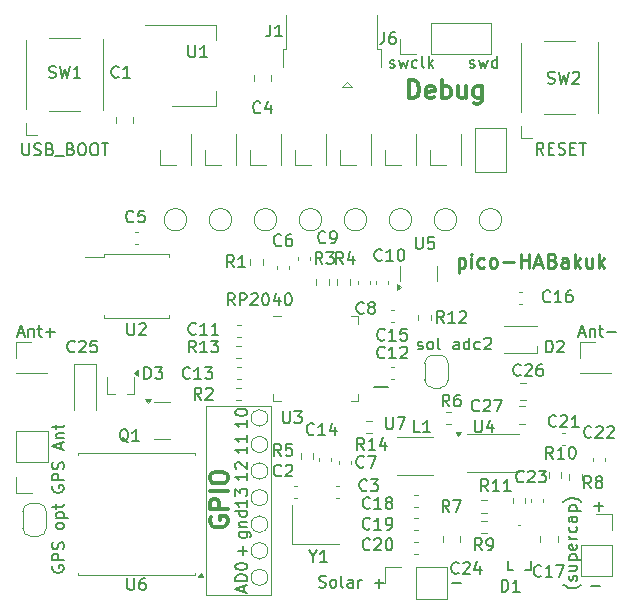
<source format=gbr>
%TF.GenerationSoftware,KiCad,Pcbnew,8.0.4*%
%TF.CreationDate,2024-07-20T20:35:12+02:00*%
%TF.ProjectId,pico-HABakuk,7069636f-2d48-4414-9261-6b756b2e6b69,REV1*%
%TF.SameCoordinates,Original*%
%TF.FileFunction,Legend,Top*%
%TF.FilePolarity,Positive*%
%FSLAX46Y46*%
G04 Gerber Fmt 4.6, Leading zero omitted, Abs format (unit mm)*
G04 Created by KiCad (PCBNEW 8.0.4) date 2024-07-20 20:35:12*
%MOMM*%
%LPD*%
G01*
G04 APERTURE LIST*
%ADD10C,0.150000*%
%ADD11C,0.120000*%
%ADD12C,0.250000*%
%ADD13C,0.300000*%
%ADD14C,0.200000*%
%ADD15C,0.100000*%
G04 APERTURE END LIST*
D10*
X123336779Y-119238866D02*
X124098684Y-119238866D01*
X123586779Y-112488866D02*
X124348684Y-112488866D01*
X123967731Y-112869819D02*
X123967731Y-112107914D01*
X122500771Y-119127506D02*
X122453152Y-119175125D01*
X122453152Y-119175125D02*
X122310295Y-119270363D01*
X122310295Y-119270363D02*
X122215057Y-119317982D01*
X122215057Y-119317982D02*
X122072200Y-119365601D01*
X122072200Y-119365601D02*
X121834104Y-119413220D01*
X121834104Y-119413220D02*
X121643628Y-119413220D01*
X121643628Y-119413220D02*
X121405533Y-119365601D01*
X121405533Y-119365601D02*
X121262676Y-119317982D01*
X121262676Y-119317982D02*
X121167438Y-119270363D01*
X121167438Y-119270363D02*
X121024580Y-119175125D01*
X121024580Y-119175125D02*
X120976961Y-119127506D01*
X122072200Y-118794172D02*
X122119819Y-118698934D01*
X122119819Y-118698934D02*
X122119819Y-118508458D01*
X122119819Y-118508458D02*
X122072200Y-118413220D01*
X122072200Y-118413220D02*
X121976961Y-118365601D01*
X121976961Y-118365601D02*
X121929342Y-118365601D01*
X121929342Y-118365601D02*
X121834104Y-118413220D01*
X121834104Y-118413220D02*
X121786485Y-118508458D01*
X121786485Y-118508458D02*
X121786485Y-118651315D01*
X121786485Y-118651315D02*
X121738866Y-118746553D01*
X121738866Y-118746553D02*
X121643628Y-118794172D01*
X121643628Y-118794172D02*
X121596009Y-118794172D01*
X121596009Y-118794172D02*
X121500771Y-118746553D01*
X121500771Y-118746553D02*
X121453152Y-118651315D01*
X121453152Y-118651315D02*
X121453152Y-118508458D01*
X121453152Y-118508458D02*
X121500771Y-118413220D01*
X121453152Y-117508458D02*
X122119819Y-117508458D01*
X121453152Y-117937029D02*
X121976961Y-117937029D01*
X121976961Y-117937029D02*
X122072200Y-117889410D01*
X122072200Y-117889410D02*
X122119819Y-117794172D01*
X122119819Y-117794172D02*
X122119819Y-117651315D01*
X122119819Y-117651315D02*
X122072200Y-117556077D01*
X122072200Y-117556077D02*
X122024580Y-117508458D01*
X121453152Y-117032267D02*
X122453152Y-117032267D01*
X121500771Y-117032267D02*
X121453152Y-116937029D01*
X121453152Y-116937029D02*
X121453152Y-116746553D01*
X121453152Y-116746553D02*
X121500771Y-116651315D01*
X121500771Y-116651315D02*
X121548390Y-116603696D01*
X121548390Y-116603696D02*
X121643628Y-116556077D01*
X121643628Y-116556077D02*
X121929342Y-116556077D01*
X121929342Y-116556077D02*
X122024580Y-116603696D01*
X122024580Y-116603696D02*
X122072200Y-116651315D01*
X122072200Y-116651315D02*
X122119819Y-116746553D01*
X122119819Y-116746553D02*
X122119819Y-116937029D01*
X122119819Y-116937029D02*
X122072200Y-117032267D01*
X122072200Y-115746553D02*
X122119819Y-115841791D01*
X122119819Y-115841791D02*
X122119819Y-116032267D01*
X122119819Y-116032267D02*
X122072200Y-116127505D01*
X122072200Y-116127505D02*
X121976961Y-116175124D01*
X121976961Y-116175124D02*
X121596009Y-116175124D01*
X121596009Y-116175124D02*
X121500771Y-116127505D01*
X121500771Y-116127505D02*
X121453152Y-116032267D01*
X121453152Y-116032267D02*
X121453152Y-115841791D01*
X121453152Y-115841791D02*
X121500771Y-115746553D01*
X121500771Y-115746553D02*
X121596009Y-115698934D01*
X121596009Y-115698934D02*
X121691247Y-115698934D01*
X121691247Y-115698934D02*
X121786485Y-116175124D01*
X122119819Y-115270362D02*
X121453152Y-115270362D01*
X121643628Y-115270362D02*
X121548390Y-115222743D01*
X121548390Y-115222743D02*
X121500771Y-115175124D01*
X121500771Y-115175124D02*
X121453152Y-115079886D01*
X121453152Y-115079886D02*
X121453152Y-114984648D01*
X122072200Y-114222743D02*
X122119819Y-114317981D01*
X122119819Y-114317981D02*
X122119819Y-114508457D01*
X122119819Y-114508457D02*
X122072200Y-114603695D01*
X122072200Y-114603695D02*
X122024580Y-114651314D01*
X122024580Y-114651314D02*
X121929342Y-114698933D01*
X121929342Y-114698933D02*
X121643628Y-114698933D01*
X121643628Y-114698933D02*
X121548390Y-114651314D01*
X121548390Y-114651314D02*
X121500771Y-114603695D01*
X121500771Y-114603695D02*
X121453152Y-114508457D01*
X121453152Y-114508457D02*
X121453152Y-114317981D01*
X121453152Y-114317981D02*
X121500771Y-114222743D01*
X122119819Y-113365600D02*
X121596009Y-113365600D01*
X121596009Y-113365600D02*
X121500771Y-113413219D01*
X121500771Y-113413219D02*
X121453152Y-113508457D01*
X121453152Y-113508457D02*
X121453152Y-113698933D01*
X121453152Y-113698933D02*
X121500771Y-113794171D01*
X122072200Y-113365600D02*
X122119819Y-113460838D01*
X122119819Y-113460838D02*
X122119819Y-113698933D01*
X122119819Y-113698933D02*
X122072200Y-113794171D01*
X122072200Y-113794171D02*
X121976961Y-113841790D01*
X121976961Y-113841790D02*
X121881723Y-113841790D01*
X121881723Y-113841790D02*
X121786485Y-113794171D01*
X121786485Y-113794171D02*
X121738866Y-113698933D01*
X121738866Y-113698933D02*
X121738866Y-113460838D01*
X121738866Y-113460838D02*
X121691247Y-113365600D01*
X121453152Y-112889409D02*
X122453152Y-112889409D01*
X121500771Y-112889409D02*
X121453152Y-112794171D01*
X121453152Y-112794171D02*
X121453152Y-112603695D01*
X121453152Y-112603695D02*
X121500771Y-112508457D01*
X121500771Y-112508457D02*
X121548390Y-112460838D01*
X121548390Y-112460838D02*
X121643628Y-112413219D01*
X121643628Y-112413219D02*
X121929342Y-112413219D01*
X121929342Y-112413219D02*
X122024580Y-112460838D01*
X122024580Y-112460838D02*
X122072200Y-112508457D01*
X122072200Y-112508457D02*
X122119819Y-112603695D01*
X122119819Y-112603695D02*
X122119819Y-112794171D01*
X122119819Y-112794171D02*
X122072200Y-112889409D01*
X122500771Y-112079885D02*
X122453152Y-112032266D01*
X122453152Y-112032266D02*
X122310295Y-111937028D01*
X122310295Y-111937028D02*
X122215057Y-111889409D01*
X122215057Y-111889409D02*
X122072200Y-111841790D01*
X122072200Y-111841790D02*
X121834104Y-111794171D01*
X121834104Y-111794171D02*
X121643628Y-111794171D01*
X121643628Y-111794171D02*
X121405533Y-111841790D01*
X121405533Y-111841790D02*
X121262676Y-111889409D01*
X121262676Y-111889409D02*
X121167438Y-111937028D01*
X121167438Y-111937028D02*
X121024580Y-112032266D01*
X121024580Y-112032266D02*
X120976961Y-112079885D01*
X111586779Y-118988866D02*
X112348684Y-118988866D01*
X100289160Y-119322200D02*
X100432017Y-119369819D01*
X100432017Y-119369819D02*
X100670112Y-119369819D01*
X100670112Y-119369819D02*
X100765350Y-119322200D01*
X100765350Y-119322200D02*
X100812969Y-119274580D01*
X100812969Y-119274580D02*
X100860588Y-119179342D01*
X100860588Y-119179342D02*
X100860588Y-119084104D01*
X100860588Y-119084104D02*
X100812969Y-118988866D01*
X100812969Y-118988866D02*
X100765350Y-118941247D01*
X100765350Y-118941247D02*
X100670112Y-118893628D01*
X100670112Y-118893628D02*
X100479636Y-118846009D01*
X100479636Y-118846009D02*
X100384398Y-118798390D01*
X100384398Y-118798390D02*
X100336779Y-118750771D01*
X100336779Y-118750771D02*
X100289160Y-118655533D01*
X100289160Y-118655533D02*
X100289160Y-118560295D01*
X100289160Y-118560295D02*
X100336779Y-118465057D01*
X100336779Y-118465057D02*
X100384398Y-118417438D01*
X100384398Y-118417438D02*
X100479636Y-118369819D01*
X100479636Y-118369819D02*
X100717731Y-118369819D01*
X100717731Y-118369819D02*
X100860588Y-118417438D01*
X101432017Y-119369819D02*
X101336779Y-119322200D01*
X101336779Y-119322200D02*
X101289160Y-119274580D01*
X101289160Y-119274580D02*
X101241541Y-119179342D01*
X101241541Y-119179342D02*
X101241541Y-118893628D01*
X101241541Y-118893628D02*
X101289160Y-118798390D01*
X101289160Y-118798390D02*
X101336779Y-118750771D01*
X101336779Y-118750771D02*
X101432017Y-118703152D01*
X101432017Y-118703152D02*
X101574874Y-118703152D01*
X101574874Y-118703152D02*
X101670112Y-118750771D01*
X101670112Y-118750771D02*
X101717731Y-118798390D01*
X101717731Y-118798390D02*
X101765350Y-118893628D01*
X101765350Y-118893628D02*
X101765350Y-119179342D01*
X101765350Y-119179342D02*
X101717731Y-119274580D01*
X101717731Y-119274580D02*
X101670112Y-119322200D01*
X101670112Y-119322200D02*
X101574874Y-119369819D01*
X101574874Y-119369819D02*
X101432017Y-119369819D01*
X102336779Y-119369819D02*
X102241541Y-119322200D01*
X102241541Y-119322200D02*
X102193922Y-119226961D01*
X102193922Y-119226961D02*
X102193922Y-118369819D01*
X103146303Y-119369819D02*
X103146303Y-118846009D01*
X103146303Y-118846009D02*
X103098684Y-118750771D01*
X103098684Y-118750771D02*
X103003446Y-118703152D01*
X103003446Y-118703152D02*
X102812970Y-118703152D01*
X102812970Y-118703152D02*
X102717732Y-118750771D01*
X103146303Y-119322200D02*
X103051065Y-119369819D01*
X103051065Y-119369819D02*
X102812970Y-119369819D01*
X102812970Y-119369819D02*
X102717732Y-119322200D01*
X102717732Y-119322200D02*
X102670113Y-119226961D01*
X102670113Y-119226961D02*
X102670113Y-119131723D01*
X102670113Y-119131723D02*
X102717732Y-119036485D01*
X102717732Y-119036485D02*
X102812970Y-118988866D01*
X102812970Y-118988866D02*
X103051065Y-118988866D01*
X103051065Y-118988866D02*
X103146303Y-118941247D01*
X103622494Y-119369819D02*
X103622494Y-118703152D01*
X103622494Y-118893628D02*
X103670113Y-118798390D01*
X103670113Y-118798390D02*
X103717732Y-118750771D01*
X103717732Y-118750771D02*
X103812970Y-118703152D01*
X103812970Y-118703152D02*
X103908208Y-118703152D01*
X105003447Y-118988866D02*
X105765352Y-118988866D01*
X105384399Y-119369819D02*
X105384399Y-118607914D01*
X122289160Y-97834104D02*
X122765350Y-97834104D01*
X122193922Y-98119819D02*
X122527255Y-97119819D01*
X122527255Y-97119819D02*
X122860588Y-98119819D01*
X123193922Y-97453152D02*
X123193922Y-98119819D01*
X123193922Y-97548390D02*
X123241541Y-97500771D01*
X123241541Y-97500771D02*
X123336779Y-97453152D01*
X123336779Y-97453152D02*
X123479636Y-97453152D01*
X123479636Y-97453152D02*
X123574874Y-97500771D01*
X123574874Y-97500771D02*
X123622493Y-97596009D01*
X123622493Y-97596009D02*
X123622493Y-98119819D01*
X123955827Y-97453152D02*
X124336779Y-97453152D01*
X124098684Y-97119819D02*
X124098684Y-97976961D01*
X124098684Y-97976961D02*
X124146303Y-98072200D01*
X124146303Y-98072200D02*
X124241541Y-98119819D01*
X124241541Y-98119819D02*
X124336779Y-98119819D01*
X124670113Y-97738866D02*
X125432018Y-97738866D01*
X74789160Y-97834104D02*
X75265350Y-97834104D01*
X74693922Y-98119819D02*
X75027255Y-97119819D01*
X75027255Y-97119819D02*
X75360588Y-98119819D01*
X75693922Y-97453152D02*
X75693922Y-98119819D01*
X75693922Y-97548390D02*
X75741541Y-97500771D01*
X75741541Y-97500771D02*
X75836779Y-97453152D01*
X75836779Y-97453152D02*
X75979636Y-97453152D01*
X75979636Y-97453152D02*
X76074874Y-97500771D01*
X76074874Y-97500771D02*
X76122493Y-97596009D01*
X76122493Y-97596009D02*
X76122493Y-98119819D01*
X76455827Y-97453152D02*
X76836779Y-97453152D01*
X76598684Y-97119819D02*
X76598684Y-97976961D01*
X76598684Y-97976961D02*
X76646303Y-98072200D01*
X76646303Y-98072200D02*
X76741541Y-98119819D01*
X76741541Y-98119819D02*
X76836779Y-98119819D01*
X77170113Y-97738866D02*
X77932018Y-97738866D01*
X77551065Y-98119819D02*
X77551065Y-97357914D01*
X106289160Y-75322200D02*
X106384398Y-75369819D01*
X106384398Y-75369819D02*
X106574874Y-75369819D01*
X106574874Y-75369819D02*
X106670112Y-75322200D01*
X106670112Y-75322200D02*
X106717731Y-75226961D01*
X106717731Y-75226961D02*
X106717731Y-75179342D01*
X106717731Y-75179342D02*
X106670112Y-75084104D01*
X106670112Y-75084104D02*
X106574874Y-75036485D01*
X106574874Y-75036485D02*
X106432017Y-75036485D01*
X106432017Y-75036485D02*
X106336779Y-74988866D01*
X106336779Y-74988866D02*
X106289160Y-74893628D01*
X106289160Y-74893628D02*
X106289160Y-74846009D01*
X106289160Y-74846009D02*
X106336779Y-74750771D01*
X106336779Y-74750771D02*
X106432017Y-74703152D01*
X106432017Y-74703152D02*
X106574874Y-74703152D01*
X106574874Y-74703152D02*
X106670112Y-74750771D01*
X107051065Y-74703152D02*
X107241541Y-75369819D01*
X107241541Y-75369819D02*
X107432017Y-74893628D01*
X107432017Y-74893628D02*
X107622493Y-75369819D01*
X107622493Y-75369819D02*
X107812969Y-74703152D01*
X108622493Y-75322200D02*
X108527255Y-75369819D01*
X108527255Y-75369819D02*
X108336779Y-75369819D01*
X108336779Y-75369819D02*
X108241541Y-75322200D01*
X108241541Y-75322200D02*
X108193922Y-75274580D01*
X108193922Y-75274580D02*
X108146303Y-75179342D01*
X108146303Y-75179342D02*
X108146303Y-74893628D01*
X108146303Y-74893628D02*
X108193922Y-74798390D01*
X108193922Y-74798390D02*
X108241541Y-74750771D01*
X108241541Y-74750771D02*
X108336779Y-74703152D01*
X108336779Y-74703152D02*
X108527255Y-74703152D01*
X108527255Y-74703152D02*
X108622493Y-74750771D01*
X109193922Y-75369819D02*
X109098684Y-75322200D01*
X109098684Y-75322200D02*
X109051065Y-75226961D01*
X109051065Y-75226961D02*
X109051065Y-74369819D01*
X109574875Y-75369819D02*
X109574875Y-74369819D01*
X109670113Y-74988866D02*
X109955827Y-75369819D01*
X109955827Y-74703152D02*
X109574875Y-75084104D01*
X113039160Y-75322200D02*
X113134398Y-75369819D01*
X113134398Y-75369819D02*
X113324874Y-75369819D01*
X113324874Y-75369819D02*
X113420112Y-75322200D01*
X113420112Y-75322200D02*
X113467731Y-75226961D01*
X113467731Y-75226961D02*
X113467731Y-75179342D01*
X113467731Y-75179342D02*
X113420112Y-75084104D01*
X113420112Y-75084104D02*
X113324874Y-75036485D01*
X113324874Y-75036485D02*
X113182017Y-75036485D01*
X113182017Y-75036485D02*
X113086779Y-74988866D01*
X113086779Y-74988866D02*
X113039160Y-74893628D01*
X113039160Y-74893628D02*
X113039160Y-74846009D01*
X113039160Y-74846009D02*
X113086779Y-74750771D01*
X113086779Y-74750771D02*
X113182017Y-74703152D01*
X113182017Y-74703152D02*
X113324874Y-74703152D01*
X113324874Y-74703152D02*
X113420112Y-74750771D01*
X113801065Y-74703152D02*
X113991541Y-75369819D01*
X113991541Y-75369819D02*
X114182017Y-74893628D01*
X114182017Y-74893628D02*
X114372493Y-75369819D01*
X114372493Y-75369819D02*
X114562969Y-74703152D01*
X115372493Y-75369819D02*
X115372493Y-74369819D01*
X115372493Y-75322200D02*
X115277255Y-75369819D01*
X115277255Y-75369819D02*
X115086779Y-75369819D01*
X115086779Y-75369819D02*
X114991541Y-75322200D01*
X114991541Y-75322200D02*
X114943922Y-75274580D01*
X114943922Y-75274580D02*
X114896303Y-75179342D01*
X114896303Y-75179342D02*
X114896303Y-74893628D01*
X114896303Y-74893628D02*
X114943922Y-74798390D01*
X114943922Y-74798390D02*
X114991541Y-74750771D01*
X114991541Y-74750771D02*
X115086779Y-74703152D01*
X115086779Y-74703152D02*
X115277255Y-74703152D01*
X115277255Y-74703152D02*
X115372493Y-74750771D01*
D11*
X90750000Y-104000000D02*
X96250000Y-104000000D01*
X96250000Y-120000000D01*
X90750000Y-120000000D01*
X90750000Y-104000000D01*
D10*
X93154761Y-95454819D02*
X92821428Y-94978628D01*
X92583333Y-95454819D02*
X92583333Y-94454819D01*
X92583333Y-94454819D02*
X92964285Y-94454819D01*
X92964285Y-94454819D02*
X93059523Y-94502438D01*
X93059523Y-94502438D02*
X93107142Y-94550057D01*
X93107142Y-94550057D02*
X93154761Y-94645295D01*
X93154761Y-94645295D02*
X93154761Y-94788152D01*
X93154761Y-94788152D02*
X93107142Y-94883390D01*
X93107142Y-94883390D02*
X93059523Y-94931009D01*
X93059523Y-94931009D02*
X92964285Y-94978628D01*
X92964285Y-94978628D02*
X92583333Y-94978628D01*
X93583333Y-95454819D02*
X93583333Y-94454819D01*
X93583333Y-94454819D02*
X93964285Y-94454819D01*
X93964285Y-94454819D02*
X94059523Y-94502438D01*
X94059523Y-94502438D02*
X94107142Y-94550057D01*
X94107142Y-94550057D02*
X94154761Y-94645295D01*
X94154761Y-94645295D02*
X94154761Y-94788152D01*
X94154761Y-94788152D02*
X94107142Y-94883390D01*
X94107142Y-94883390D02*
X94059523Y-94931009D01*
X94059523Y-94931009D02*
X93964285Y-94978628D01*
X93964285Y-94978628D02*
X93583333Y-94978628D01*
X94535714Y-94550057D02*
X94583333Y-94502438D01*
X94583333Y-94502438D02*
X94678571Y-94454819D01*
X94678571Y-94454819D02*
X94916666Y-94454819D01*
X94916666Y-94454819D02*
X95011904Y-94502438D01*
X95011904Y-94502438D02*
X95059523Y-94550057D01*
X95059523Y-94550057D02*
X95107142Y-94645295D01*
X95107142Y-94645295D02*
X95107142Y-94740533D01*
X95107142Y-94740533D02*
X95059523Y-94883390D01*
X95059523Y-94883390D02*
X94488095Y-95454819D01*
X94488095Y-95454819D02*
X95107142Y-95454819D01*
X95726190Y-94454819D02*
X95821428Y-94454819D01*
X95821428Y-94454819D02*
X95916666Y-94502438D01*
X95916666Y-94502438D02*
X95964285Y-94550057D01*
X95964285Y-94550057D02*
X96011904Y-94645295D01*
X96011904Y-94645295D02*
X96059523Y-94835771D01*
X96059523Y-94835771D02*
X96059523Y-95073866D01*
X96059523Y-95073866D02*
X96011904Y-95264342D01*
X96011904Y-95264342D02*
X95964285Y-95359580D01*
X95964285Y-95359580D02*
X95916666Y-95407200D01*
X95916666Y-95407200D02*
X95821428Y-95454819D01*
X95821428Y-95454819D02*
X95726190Y-95454819D01*
X95726190Y-95454819D02*
X95630952Y-95407200D01*
X95630952Y-95407200D02*
X95583333Y-95359580D01*
X95583333Y-95359580D02*
X95535714Y-95264342D01*
X95535714Y-95264342D02*
X95488095Y-95073866D01*
X95488095Y-95073866D02*
X95488095Y-94835771D01*
X95488095Y-94835771D02*
X95535714Y-94645295D01*
X95535714Y-94645295D02*
X95583333Y-94550057D01*
X95583333Y-94550057D02*
X95630952Y-94502438D01*
X95630952Y-94502438D02*
X95726190Y-94454819D01*
X96916666Y-94788152D02*
X96916666Y-95454819D01*
X96678571Y-94407200D02*
X96440476Y-95121485D01*
X96440476Y-95121485D02*
X97059523Y-95121485D01*
X97630952Y-94454819D02*
X97726190Y-94454819D01*
X97726190Y-94454819D02*
X97821428Y-94502438D01*
X97821428Y-94502438D02*
X97869047Y-94550057D01*
X97869047Y-94550057D02*
X97916666Y-94645295D01*
X97916666Y-94645295D02*
X97964285Y-94835771D01*
X97964285Y-94835771D02*
X97964285Y-95073866D01*
X97964285Y-95073866D02*
X97916666Y-95264342D01*
X97916666Y-95264342D02*
X97869047Y-95359580D01*
X97869047Y-95359580D02*
X97821428Y-95407200D01*
X97821428Y-95407200D02*
X97726190Y-95454819D01*
X97726190Y-95454819D02*
X97630952Y-95454819D01*
X97630952Y-95454819D02*
X97535714Y-95407200D01*
X97535714Y-95407200D02*
X97488095Y-95359580D01*
X97488095Y-95359580D02*
X97440476Y-95264342D01*
X97440476Y-95264342D02*
X97392857Y-95073866D01*
X97392857Y-95073866D02*
X97392857Y-94835771D01*
X97392857Y-94835771D02*
X97440476Y-94645295D01*
X97440476Y-94645295D02*
X97488095Y-94550057D01*
X97488095Y-94550057D02*
X97535714Y-94502438D01*
X97535714Y-94502438D02*
X97630952Y-94454819D01*
D12*
X112107143Y-91492142D02*
X112107143Y-92692142D01*
X112107143Y-91549285D02*
X112221429Y-91492142D01*
X112221429Y-91492142D02*
X112450000Y-91492142D01*
X112450000Y-91492142D02*
X112564286Y-91549285D01*
X112564286Y-91549285D02*
X112621429Y-91606428D01*
X112621429Y-91606428D02*
X112678571Y-91720714D01*
X112678571Y-91720714D02*
X112678571Y-92063571D01*
X112678571Y-92063571D02*
X112621429Y-92177857D01*
X112621429Y-92177857D02*
X112564286Y-92235000D01*
X112564286Y-92235000D02*
X112450000Y-92292142D01*
X112450000Y-92292142D02*
X112221429Y-92292142D01*
X112221429Y-92292142D02*
X112107143Y-92235000D01*
X113192857Y-92292142D02*
X113192857Y-91492142D01*
X113192857Y-91092142D02*
X113135714Y-91149285D01*
X113135714Y-91149285D02*
X113192857Y-91206428D01*
X113192857Y-91206428D02*
X113250000Y-91149285D01*
X113250000Y-91149285D02*
X113192857Y-91092142D01*
X113192857Y-91092142D02*
X113192857Y-91206428D01*
X114278572Y-92235000D02*
X114164286Y-92292142D01*
X114164286Y-92292142D02*
X113935714Y-92292142D01*
X113935714Y-92292142D02*
X113821429Y-92235000D01*
X113821429Y-92235000D02*
X113764286Y-92177857D01*
X113764286Y-92177857D02*
X113707143Y-92063571D01*
X113707143Y-92063571D02*
X113707143Y-91720714D01*
X113707143Y-91720714D02*
X113764286Y-91606428D01*
X113764286Y-91606428D02*
X113821429Y-91549285D01*
X113821429Y-91549285D02*
X113935714Y-91492142D01*
X113935714Y-91492142D02*
X114164286Y-91492142D01*
X114164286Y-91492142D02*
X114278572Y-91549285D01*
X114964285Y-92292142D02*
X114850000Y-92235000D01*
X114850000Y-92235000D02*
X114792857Y-92177857D01*
X114792857Y-92177857D02*
X114735714Y-92063571D01*
X114735714Y-92063571D02*
X114735714Y-91720714D01*
X114735714Y-91720714D02*
X114792857Y-91606428D01*
X114792857Y-91606428D02*
X114850000Y-91549285D01*
X114850000Y-91549285D02*
X114964285Y-91492142D01*
X114964285Y-91492142D02*
X115135714Y-91492142D01*
X115135714Y-91492142D02*
X115250000Y-91549285D01*
X115250000Y-91549285D02*
X115307143Y-91606428D01*
X115307143Y-91606428D02*
X115364285Y-91720714D01*
X115364285Y-91720714D02*
X115364285Y-92063571D01*
X115364285Y-92063571D02*
X115307143Y-92177857D01*
X115307143Y-92177857D02*
X115250000Y-92235000D01*
X115250000Y-92235000D02*
X115135714Y-92292142D01*
X115135714Y-92292142D02*
X114964285Y-92292142D01*
X115878571Y-91835000D02*
X116792857Y-91835000D01*
X117364285Y-92292142D02*
X117364285Y-91092142D01*
X117364285Y-91663571D02*
X118049999Y-91663571D01*
X118049999Y-92292142D02*
X118049999Y-91092142D01*
X118564285Y-91949285D02*
X119135714Y-91949285D01*
X118449999Y-92292142D02*
X118849999Y-91092142D01*
X118849999Y-91092142D02*
X119249999Y-92292142D01*
X120049999Y-91663571D02*
X120221427Y-91720714D01*
X120221427Y-91720714D02*
X120278570Y-91777857D01*
X120278570Y-91777857D02*
X120335713Y-91892142D01*
X120335713Y-91892142D02*
X120335713Y-92063571D01*
X120335713Y-92063571D02*
X120278570Y-92177857D01*
X120278570Y-92177857D02*
X120221427Y-92235000D01*
X120221427Y-92235000D02*
X120107142Y-92292142D01*
X120107142Y-92292142D02*
X119649999Y-92292142D01*
X119649999Y-92292142D02*
X119649999Y-91092142D01*
X119649999Y-91092142D02*
X120049999Y-91092142D01*
X120049999Y-91092142D02*
X120164285Y-91149285D01*
X120164285Y-91149285D02*
X120221427Y-91206428D01*
X120221427Y-91206428D02*
X120278570Y-91320714D01*
X120278570Y-91320714D02*
X120278570Y-91435000D01*
X120278570Y-91435000D02*
X120221427Y-91549285D01*
X120221427Y-91549285D02*
X120164285Y-91606428D01*
X120164285Y-91606428D02*
X120049999Y-91663571D01*
X120049999Y-91663571D02*
X119649999Y-91663571D01*
X121364285Y-92292142D02*
X121364285Y-91663571D01*
X121364285Y-91663571D02*
X121307142Y-91549285D01*
X121307142Y-91549285D02*
X121192856Y-91492142D01*
X121192856Y-91492142D02*
X120964285Y-91492142D01*
X120964285Y-91492142D02*
X120849999Y-91549285D01*
X121364285Y-92235000D02*
X121249999Y-92292142D01*
X121249999Y-92292142D02*
X120964285Y-92292142D01*
X120964285Y-92292142D02*
X120849999Y-92235000D01*
X120849999Y-92235000D02*
X120792856Y-92120714D01*
X120792856Y-92120714D02*
X120792856Y-92006428D01*
X120792856Y-92006428D02*
X120849999Y-91892142D01*
X120849999Y-91892142D02*
X120964285Y-91835000D01*
X120964285Y-91835000D02*
X121249999Y-91835000D01*
X121249999Y-91835000D02*
X121364285Y-91777857D01*
X121935713Y-92292142D02*
X121935713Y-91092142D01*
X122049999Y-91835000D02*
X122392856Y-92292142D01*
X122392856Y-91492142D02*
X121935713Y-91949285D01*
X123421428Y-91492142D02*
X123421428Y-92292142D01*
X122907142Y-91492142D02*
X122907142Y-92120714D01*
X122907142Y-92120714D02*
X122964285Y-92235000D01*
X122964285Y-92235000D02*
X123078570Y-92292142D01*
X123078570Y-92292142D02*
X123249999Y-92292142D01*
X123249999Y-92292142D02*
X123364285Y-92235000D01*
X123364285Y-92235000D02*
X123421428Y-92177857D01*
X123992856Y-92292142D02*
X123992856Y-91092142D01*
X124107142Y-91835000D02*
X124449999Y-92292142D01*
X124449999Y-91492142D02*
X123992856Y-91949285D01*
D13*
X91122257Y-113409774D02*
X91050828Y-113552632D01*
X91050828Y-113552632D02*
X91050828Y-113766917D01*
X91050828Y-113766917D02*
X91122257Y-113981203D01*
X91122257Y-113981203D02*
X91265114Y-114124060D01*
X91265114Y-114124060D02*
X91407971Y-114195489D01*
X91407971Y-114195489D02*
X91693685Y-114266917D01*
X91693685Y-114266917D02*
X91907971Y-114266917D01*
X91907971Y-114266917D02*
X92193685Y-114195489D01*
X92193685Y-114195489D02*
X92336542Y-114124060D01*
X92336542Y-114124060D02*
X92479400Y-113981203D01*
X92479400Y-113981203D02*
X92550828Y-113766917D01*
X92550828Y-113766917D02*
X92550828Y-113624060D01*
X92550828Y-113624060D02*
X92479400Y-113409774D01*
X92479400Y-113409774D02*
X92407971Y-113338346D01*
X92407971Y-113338346D02*
X91907971Y-113338346D01*
X91907971Y-113338346D02*
X91907971Y-113624060D01*
X92550828Y-112695489D02*
X91050828Y-112695489D01*
X91050828Y-112695489D02*
X91050828Y-112124060D01*
X91050828Y-112124060D02*
X91122257Y-111981203D01*
X91122257Y-111981203D02*
X91193685Y-111909774D01*
X91193685Y-111909774D02*
X91336542Y-111838346D01*
X91336542Y-111838346D02*
X91550828Y-111838346D01*
X91550828Y-111838346D02*
X91693685Y-111909774D01*
X91693685Y-111909774D02*
X91765114Y-111981203D01*
X91765114Y-111981203D02*
X91836542Y-112124060D01*
X91836542Y-112124060D02*
X91836542Y-112695489D01*
X92550828Y-111195489D02*
X91050828Y-111195489D01*
X91050828Y-110195488D02*
X91050828Y-109909774D01*
X91050828Y-109909774D02*
X91122257Y-109766917D01*
X91122257Y-109766917D02*
X91265114Y-109624060D01*
X91265114Y-109624060D02*
X91550828Y-109552631D01*
X91550828Y-109552631D02*
X92050828Y-109552631D01*
X92050828Y-109552631D02*
X92336542Y-109624060D01*
X92336542Y-109624060D02*
X92479400Y-109766917D01*
X92479400Y-109766917D02*
X92550828Y-109909774D01*
X92550828Y-109909774D02*
X92550828Y-110195488D01*
X92550828Y-110195488D02*
X92479400Y-110338346D01*
X92479400Y-110338346D02*
X92336542Y-110481203D01*
X92336542Y-110481203D02*
X92050828Y-110552631D01*
X92050828Y-110552631D02*
X91550828Y-110552631D01*
X91550828Y-110552631D02*
X91265114Y-110481203D01*
X91265114Y-110481203D02*
X91122257Y-110338346D01*
X91122257Y-110338346D02*
X91050828Y-110195488D01*
D10*
X75178571Y-81759791D02*
X75178571Y-82569314D01*
X75178571Y-82569314D02*
X75226190Y-82664552D01*
X75226190Y-82664552D02*
X75273809Y-82712172D01*
X75273809Y-82712172D02*
X75369047Y-82759791D01*
X75369047Y-82759791D02*
X75559523Y-82759791D01*
X75559523Y-82759791D02*
X75654761Y-82712172D01*
X75654761Y-82712172D02*
X75702380Y-82664552D01*
X75702380Y-82664552D02*
X75749999Y-82569314D01*
X75749999Y-82569314D02*
X75749999Y-81759791D01*
X76178571Y-82712172D02*
X76321428Y-82759791D01*
X76321428Y-82759791D02*
X76559523Y-82759791D01*
X76559523Y-82759791D02*
X76654761Y-82712172D01*
X76654761Y-82712172D02*
X76702380Y-82664552D01*
X76702380Y-82664552D02*
X76749999Y-82569314D01*
X76749999Y-82569314D02*
X76749999Y-82474076D01*
X76749999Y-82474076D02*
X76702380Y-82378838D01*
X76702380Y-82378838D02*
X76654761Y-82331219D01*
X76654761Y-82331219D02*
X76559523Y-82283600D01*
X76559523Y-82283600D02*
X76369047Y-82235981D01*
X76369047Y-82235981D02*
X76273809Y-82188362D01*
X76273809Y-82188362D02*
X76226190Y-82140743D01*
X76226190Y-82140743D02*
X76178571Y-82045505D01*
X76178571Y-82045505D02*
X76178571Y-81950267D01*
X76178571Y-81950267D02*
X76226190Y-81855029D01*
X76226190Y-81855029D02*
X76273809Y-81807410D01*
X76273809Y-81807410D02*
X76369047Y-81759791D01*
X76369047Y-81759791D02*
X76607142Y-81759791D01*
X76607142Y-81759791D02*
X76749999Y-81807410D01*
X77511904Y-82235981D02*
X77654761Y-82283600D01*
X77654761Y-82283600D02*
X77702380Y-82331219D01*
X77702380Y-82331219D02*
X77749999Y-82426457D01*
X77749999Y-82426457D02*
X77749999Y-82569314D01*
X77749999Y-82569314D02*
X77702380Y-82664552D01*
X77702380Y-82664552D02*
X77654761Y-82712172D01*
X77654761Y-82712172D02*
X77559523Y-82759791D01*
X77559523Y-82759791D02*
X77178571Y-82759791D01*
X77178571Y-82759791D02*
X77178571Y-81759791D01*
X77178571Y-81759791D02*
X77511904Y-81759791D01*
X77511904Y-81759791D02*
X77607142Y-81807410D01*
X77607142Y-81807410D02*
X77654761Y-81855029D01*
X77654761Y-81855029D02*
X77702380Y-81950267D01*
X77702380Y-81950267D02*
X77702380Y-82045505D01*
X77702380Y-82045505D02*
X77654761Y-82140743D01*
X77654761Y-82140743D02*
X77607142Y-82188362D01*
X77607142Y-82188362D02*
X77511904Y-82235981D01*
X77511904Y-82235981D02*
X77178571Y-82235981D01*
X77940476Y-82855029D02*
X78702380Y-82855029D01*
X79273809Y-82235981D02*
X79416666Y-82283600D01*
X79416666Y-82283600D02*
X79464285Y-82331219D01*
X79464285Y-82331219D02*
X79511904Y-82426457D01*
X79511904Y-82426457D02*
X79511904Y-82569314D01*
X79511904Y-82569314D02*
X79464285Y-82664552D01*
X79464285Y-82664552D02*
X79416666Y-82712172D01*
X79416666Y-82712172D02*
X79321428Y-82759791D01*
X79321428Y-82759791D02*
X78940476Y-82759791D01*
X78940476Y-82759791D02*
X78940476Y-81759791D01*
X78940476Y-81759791D02*
X79273809Y-81759791D01*
X79273809Y-81759791D02*
X79369047Y-81807410D01*
X79369047Y-81807410D02*
X79416666Y-81855029D01*
X79416666Y-81855029D02*
X79464285Y-81950267D01*
X79464285Y-81950267D02*
X79464285Y-82045505D01*
X79464285Y-82045505D02*
X79416666Y-82140743D01*
X79416666Y-82140743D02*
X79369047Y-82188362D01*
X79369047Y-82188362D02*
X79273809Y-82235981D01*
X79273809Y-82235981D02*
X78940476Y-82235981D01*
X80130952Y-81759791D02*
X80321428Y-81759791D01*
X80321428Y-81759791D02*
X80416666Y-81807410D01*
X80416666Y-81807410D02*
X80511904Y-81902648D01*
X80511904Y-81902648D02*
X80559523Y-82093124D01*
X80559523Y-82093124D02*
X80559523Y-82426457D01*
X80559523Y-82426457D02*
X80511904Y-82616933D01*
X80511904Y-82616933D02*
X80416666Y-82712172D01*
X80416666Y-82712172D02*
X80321428Y-82759791D01*
X80321428Y-82759791D02*
X80130952Y-82759791D01*
X80130952Y-82759791D02*
X80035714Y-82712172D01*
X80035714Y-82712172D02*
X79940476Y-82616933D01*
X79940476Y-82616933D02*
X79892857Y-82426457D01*
X79892857Y-82426457D02*
X79892857Y-82093124D01*
X79892857Y-82093124D02*
X79940476Y-81902648D01*
X79940476Y-81902648D02*
X80035714Y-81807410D01*
X80035714Y-81807410D02*
X80130952Y-81759791D01*
X81178571Y-81759791D02*
X81369047Y-81759791D01*
X81369047Y-81759791D02*
X81464285Y-81807410D01*
X81464285Y-81807410D02*
X81559523Y-81902648D01*
X81559523Y-81902648D02*
X81607142Y-82093124D01*
X81607142Y-82093124D02*
X81607142Y-82426457D01*
X81607142Y-82426457D02*
X81559523Y-82616933D01*
X81559523Y-82616933D02*
X81464285Y-82712172D01*
X81464285Y-82712172D02*
X81369047Y-82759791D01*
X81369047Y-82759791D02*
X81178571Y-82759791D01*
X81178571Y-82759791D02*
X81083333Y-82712172D01*
X81083333Y-82712172D02*
X80988095Y-82616933D01*
X80988095Y-82616933D02*
X80940476Y-82426457D01*
X80940476Y-82426457D02*
X80940476Y-82093124D01*
X80940476Y-82093124D02*
X80988095Y-81902648D01*
X80988095Y-81902648D02*
X81083333Y-81807410D01*
X81083333Y-81807410D02*
X81178571Y-81759791D01*
X81892857Y-81759791D02*
X82464285Y-81759791D01*
X82178571Y-82759791D02*
X82178571Y-81759791D01*
X95333333Y-79109580D02*
X95285714Y-79157200D01*
X95285714Y-79157200D02*
X95142857Y-79204819D01*
X95142857Y-79204819D02*
X95047619Y-79204819D01*
X95047619Y-79204819D02*
X94904762Y-79157200D01*
X94904762Y-79157200D02*
X94809524Y-79061961D01*
X94809524Y-79061961D02*
X94761905Y-78966723D01*
X94761905Y-78966723D02*
X94714286Y-78776247D01*
X94714286Y-78776247D02*
X94714286Y-78633390D01*
X94714286Y-78633390D02*
X94761905Y-78442914D01*
X94761905Y-78442914D02*
X94809524Y-78347676D01*
X94809524Y-78347676D02*
X94904762Y-78252438D01*
X94904762Y-78252438D02*
X95047619Y-78204819D01*
X95047619Y-78204819D02*
X95142857Y-78204819D01*
X95142857Y-78204819D02*
X95285714Y-78252438D01*
X95285714Y-78252438D02*
X95333333Y-78300057D01*
X96190476Y-78538152D02*
X96190476Y-79204819D01*
X95952381Y-78157200D02*
X95714286Y-78871485D01*
X95714286Y-78871485D02*
X96333333Y-78871485D01*
X96166666Y-71704819D02*
X96166666Y-72419104D01*
X96166666Y-72419104D02*
X96119047Y-72561961D01*
X96119047Y-72561961D02*
X96023809Y-72657200D01*
X96023809Y-72657200D02*
X95880952Y-72704819D01*
X95880952Y-72704819D02*
X95785714Y-72704819D01*
X97166666Y-72704819D02*
X96595238Y-72704819D01*
X96880952Y-72704819D02*
X96880952Y-71704819D01*
X96880952Y-71704819D02*
X96785714Y-71847676D01*
X96785714Y-71847676D02*
X96690476Y-71942914D01*
X96690476Y-71942914D02*
X96595238Y-71990533D01*
X105607142Y-91609580D02*
X105559523Y-91657200D01*
X105559523Y-91657200D02*
X105416666Y-91704819D01*
X105416666Y-91704819D02*
X105321428Y-91704819D01*
X105321428Y-91704819D02*
X105178571Y-91657200D01*
X105178571Y-91657200D02*
X105083333Y-91561961D01*
X105083333Y-91561961D02*
X105035714Y-91466723D01*
X105035714Y-91466723D02*
X104988095Y-91276247D01*
X104988095Y-91276247D02*
X104988095Y-91133390D01*
X104988095Y-91133390D02*
X105035714Y-90942914D01*
X105035714Y-90942914D02*
X105083333Y-90847676D01*
X105083333Y-90847676D02*
X105178571Y-90752438D01*
X105178571Y-90752438D02*
X105321428Y-90704819D01*
X105321428Y-90704819D02*
X105416666Y-90704819D01*
X105416666Y-90704819D02*
X105559523Y-90752438D01*
X105559523Y-90752438D02*
X105607142Y-90800057D01*
X106559523Y-91704819D02*
X105988095Y-91704819D01*
X106273809Y-91704819D02*
X106273809Y-90704819D01*
X106273809Y-90704819D02*
X106178571Y-90847676D01*
X106178571Y-90847676D02*
X106083333Y-90942914D01*
X106083333Y-90942914D02*
X105988095Y-90990533D01*
X107178571Y-90704819D02*
X107273809Y-90704819D01*
X107273809Y-90704819D02*
X107369047Y-90752438D01*
X107369047Y-90752438D02*
X107416666Y-90800057D01*
X107416666Y-90800057D02*
X107464285Y-90895295D01*
X107464285Y-90895295D02*
X107511904Y-91085771D01*
X107511904Y-91085771D02*
X107511904Y-91323866D01*
X107511904Y-91323866D02*
X107464285Y-91514342D01*
X107464285Y-91514342D02*
X107416666Y-91609580D01*
X107416666Y-91609580D02*
X107369047Y-91657200D01*
X107369047Y-91657200D02*
X107273809Y-91704819D01*
X107273809Y-91704819D02*
X107178571Y-91704819D01*
X107178571Y-91704819D02*
X107083333Y-91657200D01*
X107083333Y-91657200D02*
X107035714Y-91609580D01*
X107035714Y-91609580D02*
X106988095Y-91514342D01*
X106988095Y-91514342D02*
X106940476Y-91323866D01*
X106940476Y-91323866D02*
X106940476Y-91085771D01*
X106940476Y-91085771D02*
X106988095Y-90895295D01*
X106988095Y-90895295D02*
X107035714Y-90800057D01*
X107035714Y-90800057D02*
X107083333Y-90752438D01*
X107083333Y-90752438D02*
X107178571Y-90704819D01*
X104083333Y-96109580D02*
X104035714Y-96157200D01*
X104035714Y-96157200D02*
X103892857Y-96204819D01*
X103892857Y-96204819D02*
X103797619Y-96204819D01*
X103797619Y-96204819D02*
X103654762Y-96157200D01*
X103654762Y-96157200D02*
X103559524Y-96061961D01*
X103559524Y-96061961D02*
X103511905Y-95966723D01*
X103511905Y-95966723D02*
X103464286Y-95776247D01*
X103464286Y-95776247D02*
X103464286Y-95633390D01*
X103464286Y-95633390D02*
X103511905Y-95442914D01*
X103511905Y-95442914D02*
X103559524Y-95347676D01*
X103559524Y-95347676D02*
X103654762Y-95252438D01*
X103654762Y-95252438D02*
X103797619Y-95204819D01*
X103797619Y-95204819D02*
X103892857Y-95204819D01*
X103892857Y-95204819D02*
X104035714Y-95252438D01*
X104035714Y-95252438D02*
X104083333Y-95300057D01*
X104654762Y-95633390D02*
X104559524Y-95585771D01*
X104559524Y-95585771D02*
X104511905Y-95538152D01*
X104511905Y-95538152D02*
X104464286Y-95442914D01*
X104464286Y-95442914D02*
X104464286Y-95395295D01*
X104464286Y-95395295D02*
X104511905Y-95300057D01*
X104511905Y-95300057D02*
X104559524Y-95252438D01*
X104559524Y-95252438D02*
X104654762Y-95204819D01*
X104654762Y-95204819D02*
X104845238Y-95204819D01*
X104845238Y-95204819D02*
X104940476Y-95252438D01*
X104940476Y-95252438D02*
X104988095Y-95300057D01*
X104988095Y-95300057D02*
X105035714Y-95395295D01*
X105035714Y-95395295D02*
X105035714Y-95442914D01*
X105035714Y-95442914D02*
X104988095Y-95538152D01*
X104988095Y-95538152D02*
X104940476Y-95585771D01*
X104940476Y-95585771D02*
X104845238Y-95633390D01*
X104845238Y-95633390D02*
X104654762Y-95633390D01*
X104654762Y-95633390D02*
X104559524Y-95681009D01*
X104559524Y-95681009D02*
X104511905Y-95728628D01*
X104511905Y-95728628D02*
X104464286Y-95823866D01*
X104464286Y-95823866D02*
X104464286Y-96014342D01*
X104464286Y-96014342D02*
X104511905Y-96109580D01*
X104511905Y-96109580D02*
X104559524Y-96157200D01*
X104559524Y-96157200D02*
X104654762Y-96204819D01*
X104654762Y-96204819D02*
X104845238Y-96204819D01*
X104845238Y-96204819D02*
X104940476Y-96157200D01*
X104940476Y-96157200D02*
X104988095Y-96109580D01*
X104988095Y-96109580D02*
X105035714Y-96014342D01*
X105035714Y-96014342D02*
X105035714Y-95823866D01*
X105035714Y-95823866D02*
X104988095Y-95728628D01*
X104988095Y-95728628D02*
X104940476Y-95681009D01*
X104940476Y-95681009D02*
X104845238Y-95633390D01*
X89357142Y-101609580D02*
X89309523Y-101657200D01*
X89309523Y-101657200D02*
X89166666Y-101704819D01*
X89166666Y-101704819D02*
X89071428Y-101704819D01*
X89071428Y-101704819D02*
X88928571Y-101657200D01*
X88928571Y-101657200D02*
X88833333Y-101561961D01*
X88833333Y-101561961D02*
X88785714Y-101466723D01*
X88785714Y-101466723D02*
X88738095Y-101276247D01*
X88738095Y-101276247D02*
X88738095Y-101133390D01*
X88738095Y-101133390D02*
X88785714Y-100942914D01*
X88785714Y-100942914D02*
X88833333Y-100847676D01*
X88833333Y-100847676D02*
X88928571Y-100752438D01*
X88928571Y-100752438D02*
X89071428Y-100704819D01*
X89071428Y-100704819D02*
X89166666Y-100704819D01*
X89166666Y-100704819D02*
X89309523Y-100752438D01*
X89309523Y-100752438D02*
X89357142Y-100800057D01*
X90309523Y-101704819D02*
X89738095Y-101704819D01*
X90023809Y-101704819D02*
X90023809Y-100704819D01*
X90023809Y-100704819D02*
X89928571Y-100847676D01*
X89928571Y-100847676D02*
X89833333Y-100942914D01*
X89833333Y-100942914D02*
X89738095Y-100990533D01*
X90642857Y-100704819D02*
X91261904Y-100704819D01*
X91261904Y-100704819D02*
X90928571Y-101085771D01*
X90928571Y-101085771D02*
X91071428Y-101085771D01*
X91071428Y-101085771D02*
X91166666Y-101133390D01*
X91166666Y-101133390D02*
X91214285Y-101181009D01*
X91214285Y-101181009D02*
X91261904Y-101276247D01*
X91261904Y-101276247D02*
X91261904Y-101514342D01*
X91261904Y-101514342D02*
X91214285Y-101609580D01*
X91214285Y-101609580D02*
X91166666Y-101657200D01*
X91166666Y-101657200D02*
X91071428Y-101704819D01*
X91071428Y-101704819D02*
X90785714Y-101704819D01*
X90785714Y-101704819D02*
X90690476Y-101657200D01*
X90690476Y-101657200D02*
X90642857Y-101609580D01*
X84583333Y-88359580D02*
X84535714Y-88407200D01*
X84535714Y-88407200D02*
X84392857Y-88454819D01*
X84392857Y-88454819D02*
X84297619Y-88454819D01*
X84297619Y-88454819D02*
X84154762Y-88407200D01*
X84154762Y-88407200D02*
X84059524Y-88311961D01*
X84059524Y-88311961D02*
X84011905Y-88216723D01*
X84011905Y-88216723D02*
X83964286Y-88026247D01*
X83964286Y-88026247D02*
X83964286Y-87883390D01*
X83964286Y-87883390D02*
X84011905Y-87692914D01*
X84011905Y-87692914D02*
X84059524Y-87597676D01*
X84059524Y-87597676D02*
X84154762Y-87502438D01*
X84154762Y-87502438D02*
X84297619Y-87454819D01*
X84297619Y-87454819D02*
X84392857Y-87454819D01*
X84392857Y-87454819D02*
X84535714Y-87502438D01*
X84535714Y-87502438D02*
X84583333Y-87550057D01*
X85488095Y-87454819D02*
X85011905Y-87454819D01*
X85011905Y-87454819D02*
X84964286Y-87931009D01*
X84964286Y-87931009D02*
X85011905Y-87883390D01*
X85011905Y-87883390D02*
X85107143Y-87835771D01*
X85107143Y-87835771D02*
X85345238Y-87835771D01*
X85345238Y-87835771D02*
X85440476Y-87883390D01*
X85440476Y-87883390D02*
X85488095Y-87931009D01*
X85488095Y-87931009D02*
X85535714Y-88026247D01*
X85535714Y-88026247D02*
X85535714Y-88264342D01*
X85535714Y-88264342D02*
X85488095Y-88359580D01*
X85488095Y-88359580D02*
X85440476Y-88407200D01*
X85440476Y-88407200D02*
X85345238Y-88454819D01*
X85345238Y-88454819D02*
X85107143Y-88454819D01*
X85107143Y-88454819D02*
X85011905Y-88407200D01*
X85011905Y-88407200D02*
X84964286Y-88359580D01*
X89238095Y-73454819D02*
X89238095Y-74264342D01*
X89238095Y-74264342D02*
X89285714Y-74359580D01*
X89285714Y-74359580D02*
X89333333Y-74407200D01*
X89333333Y-74407200D02*
X89428571Y-74454819D01*
X89428571Y-74454819D02*
X89619047Y-74454819D01*
X89619047Y-74454819D02*
X89714285Y-74407200D01*
X89714285Y-74407200D02*
X89761904Y-74359580D01*
X89761904Y-74359580D02*
X89809523Y-74264342D01*
X89809523Y-74264342D02*
X89809523Y-73454819D01*
X90809523Y-74454819D02*
X90238095Y-74454819D01*
X90523809Y-74454819D02*
X90523809Y-73454819D01*
X90523809Y-73454819D02*
X90428571Y-73597676D01*
X90428571Y-73597676D02*
X90333333Y-73692914D01*
X90333333Y-73692914D02*
X90238095Y-73740533D01*
X84074095Y-96991819D02*
X84074095Y-97801342D01*
X84074095Y-97801342D02*
X84121714Y-97896580D01*
X84121714Y-97896580D02*
X84169333Y-97944200D01*
X84169333Y-97944200D02*
X84264571Y-97991819D01*
X84264571Y-97991819D02*
X84455047Y-97991819D01*
X84455047Y-97991819D02*
X84550285Y-97944200D01*
X84550285Y-97944200D02*
X84597904Y-97896580D01*
X84597904Y-97896580D02*
X84645523Y-97801342D01*
X84645523Y-97801342D02*
X84645523Y-96991819D01*
X85074095Y-97087057D02*
X85121714Y-97039438D01*
X85121714Y-97039438D02*
X85216952Y-96991819D01*
X85216952Y-96991819D02*
X85455047Y-96991819D01*
X85455047Y-96991819D02*
X85550285Y-97039438D01*
X85550285Y-97039438D02*
X85597904Y-97087057D01*
X85597904Y-97087057D02*
X85645523Y-97182295D01*
X85645523Y-97182295D02*
X85645523Y-97277533D01*
X85645523Y-97277533D02*
X85597904Y-97420390D01*
X85597904Y-97420390D02*
X85026476Y-97991819D01*
X85026476Y-97991819D02*
X85645523Y-97991819D01*
X93083333Y-92234819D02*
X92750000Y-91758628D01*
X92511905Y-92234819D02*
X92511905Y-91234819D01*
X92511905Y-91234819D02*
X92892857Y-91234819D01*
X92892857Y-91234819D02*
X92988095Y-91282438D01*
X92988095Y-91282438D02*
X93035714Y-91330057D01*
X93035714Y-91330057D02*
X93083333Y-91425295D01*
X93083333Y-91425295D02*
X93083333Y-91568152D01*
X93083333Y-91568152D02*
X93035714Y-91663390D01*
X93035714Y-91663390D02*
X92988095Y-91711009D01*
X92988095Y-91711009D02*
X92892857Y-91758628D01*
X92892857Y-91758628D02*
X92511905Y-91758628D01*
X94035714Y-92234819D02*
X93464286Y-92234819D01*
X93750000Y-92234819D02*
X93750000Y-91234819D01*
X93750000Y-91234819D02*
X93654762Y-91377676D01*
X93654762Y-91377676D02*
X93559524Y-91472914D01*
X93559524Y-91472914D02*
X93464286Y-91520533D01*
X100833333Y-90109580D02*
X100785714Y-90157200D01*
X100785714Y-90157200D02*
X100642857Y-90204819D01*
X100642857Y-90204819D02*
X100547619Y-90204819D01*
X100547619Y-90204819D02*
X100404762Y-90157200D01*
X100404762Y-90157200D02*
X100309524Y-90061961D01*
X100309524Y-90061961D02*
X100261905Y-89966723D01*
X100261905Y-89966723D02*
X100214286Y-89776247D01*
X100214286Y-89776247D02*
X100214286Y-89633390D01*
X100214286Y-89633390D02*
X100261905Y-89442914D01*
X100261905Y-89442914D02*
X100309524Y-89347676D01*
X100309524Y-89347676D02*
X100404762Y-89252438D01*
X100404762Y-89252438D02*
X100547619Y-89204819D01*
X100547619Y-89204819D02*
X100642857Y-89204819D01*
X100642857Y-89204819D02*
X100785714Y-89252438D01*
X100785714Y-89252438D02*
X100833333Y-89300057D01*
X101309524Y-90204819D02*
X101500000Y-90204819D01*
X101500000Y-90204819D02*
X101595238Y-90157200D01*
X101595238Y-90157200D02*
X101642857Y-90109580D01*
X101642857Y-90109580D02*
X101738095Y-89966723D01*
X101738095Y-89966723D02*
X101785714Y-89776247D01*
X101785714Y-89776247D02*
X101785714Y-89395295D01*
X101785714Y-89395295D02*
X101738095Y-89300057D01*
X101738095Y-89300057D02*
X101690476Y-89252438D01*
X101690476Y-89252438D02*
X101595238Y-89204819D01*
X101595238Y-89204819D02*
X101404762Y-89204819D01*
X101404762Y-89204819D02*
X101309524Y-89252438D01*
X101309524Y-89252438D02*
X101261905Y-89300057D01*
X101261905Y-89300057D02*
X101214286Y-89395295D01*
X101214286Y-89395295D02*
X101214286Y-89633390D01*
X101214286Y-89633390D02*
X101261905Y-89728628D01*
X101261905Y-89728628D02*
X101309524Y-89776247D01*
X101309524Y-89776247D02*
X101404762Y-89823866D01*
X101404762Y-89823866D02*
X101595238Y-89823866D01*
X101595238Y-89823866D02*
X101690476Y-89776247D01*
X101690476Y-89776247D02*
X101738095Y-89728628D01*
X101738095Y-89728628D02*
X101785714Y-89633390D01*
X105842142Y-99859580D02*
X105794523Y-99907200D01*
X105794523Y-99907200D02*
X105651666Y-99954819D01*
X105651666Y-99954819D02*
X105556428Y-99954819D01*
X105556428Y-99954819D02*
X105413571Y-99907200D01*
X105413571Y-99907200D02*
X105318333Y-99811961D01*
X105318333Y-99811961D02*
X105270714Y-99716723D01*
X105270714Y-99716723D02*
X105223095Y-99526247D01*
X105223095Y-99526247D02*
X105223095Y-99383390D01*
X105223095Y-99383390D02*
X105270714Y-99192914D01*
X105270714Y-99192914D02*
X105318333Y-99097676D01*
X105318333Y-99097676D02*
X105413571Y-99002438D01*
X105413571Y-99002438D02*
X105556428Y-98954819D01*
X105556428Y-98954819D02*
X105651666Y-98954819D01*
X105651666Y-98954819D02*
X105794523Y-99002438D01*
X105794523Y-99002438D02*
X105842142Y-99050057D01*
X106794523Y-99954819D02*
X106223095Y-99954819D01*
X106508809Y-99954819D02*
X106508809Y-98954819D01*
X106508809Y-98954819D02*
X106413571Y-99097676D01*
X106413571Y-99097676D02*
X106318333Y-99192914D01*
X106318333Y-99192914D02*
X106223095Y-99240533D01*
X107175476Y-99050057D02*
X107223095Y-99002438D01*
X107223095Y-99002438D02*
X107318333Y-98954819D01*
X107318333Y-98954819D02*
X107556428Y-98954819D01*
X107556428Y-98954819D02*
X107651666Y-99002438D01*
X107651666Y-99002438D02*
X107699285Y-99050057D01*
X107699285Y-99050057D02*
X107746904Y-99145295D01*
X107746904Y-99145295D02*
X107746904Y-99240533D01*
X107746904Y-99240533D02*
X107699285Y-99383390D01*
X107699285Y-99383390D02*
X107127857Y-99954819D01*
X107127857Y-99954819D02*
X107746904Y-99954819D01*
X99857142Y-106359580D02*
X99809523Y-106407200D01*
X99809523Y-106407200D02*
X99666666Y-106454819D01*
X99666666Y-106454819D02*
X99571428Y-106454819D01*
X99571428Y-106454819D02*
X99428571Y-106407200D01*
X99428571Y-106407200D02*
X99333333Y-106311961D01*
X99333333Y-106311961D02*
X99285714Y-106216723D01*
X99285714Y-106216723D02*
X99238095Y-106026247D01*
X99238095Y-106026247D02*
X99238095Y-105883390D01*
X99238095Y-105883390D02*
X99285714Y-105692914D01*
X99285714Y-105692914D02*
X99333333Y-105597676D01*
X99333333Y-105597676D02*
X99428571Y-105502438D01*
X99428571Y-105502438D02*
X99571428Y-105454819D01*
X99571428Y-105454819D02*
X99666666Y-105454819D01*
X99666666Y-105454819D02*
X99809523Y-105502438D01*
X99809523Y-105502438D02*
X99857142Y-105550057D01*
X100809523Y-106454819D02*
X100238095Y-106454819D01*
X100523809Y-106454819D02*
X100523809Y-105454819D01*
X100523809Y-105454819D02*
X100428571Y-105597676D01*
X100428571Y-105597676D02*
X100333333Y-105692914D01*
X100333333Y-105692914D02*
X100238095Y-105740533D01*
X101666666Y-105788152D02*
X101666666Y-106454819D01*
X101428571Y-105407200D02*
X101190476Y-106121485D01*
X101190476Y-106121485D02*
X101809523Y-106121485D01*
X100583333Y-91954819D02*
X100250000Y-91478628D01*
X100011905Y-91954819D02*
X100011905Y-90954819D01*
X100011905Y-90954819D02*
X100392857Y-90954819D01*
X100392857Y-90954819D02*
X100488095Y-91002438D01*
X100488095Y-91002438D02*
X100535714Y-91050057D01*
X100535714Y-91050057D02*
X100583333Y-91145295D01*
X100583333Y-91145295D02*
X100583333Y-91288152D01*
X100583333Y-91288152D02*
X100535714Y-91383390D01*
X100535714Y-91383390D02*
X100488095Y-91431009D01*
X100488095Y-91431009D02*
X100392857Y-91478628D01*
X100392857Y-91478628D02*
X100011905Y-91478628D01*
X100916667Y-90954819D02*
X101535714Y-90954819D01*
X101535714Y-90954819D02*
X101202381Y-91335771D01*
X101202381Y-91335771D02*
X101345238Y-91335771D01*
X101345238Y-91335771D02*
X101440476Y-91383390D01*
X101440476Y-91383390D02*
X101488095Y-91431009D01*
X101488095Y-91431009D02*
X101535714Y-91526247D01*
X101535714Y-91526247D02*
X101535714Y-91764342D01*
X101535714Y-91764342D02*
X101488095Y-91859580D01*
X101488095Y-91859580D02*
X101440476Y-91907200D01*
X101440476Y-91907200D02*
X101345238Y-91954819D01*
X101345238Y-91954819D02*
X101059524Y-91954819D01*
X101059524Y-91954819D02*
X100964286Y-91907200D01*
X100964286Y-91907200D02*
X100916667Y-91859580D01*
X104083333Y-109109580D02*
X104035714Y-109157200D01*
X104035714Y-109157200D02*
X103892857Y-109204819D01*
X103892857Y-109204819D02*
X103797619Y-109204819D01*
X103797619Y-109204819D02*
X103654762Y-109157200D01*
X103654762Y-109157200D02*
X103559524Y-109061961D01*
X103559524Y-109061961D02*
X103511905Y-108966723D01*
X103511905Y-108966723D02*
X103464286Y-108776247D01*
X103464286Y-108776247D02*
X103464286Y-108633390D01*
X103464286Y-108633390D02*
X103511905Y-108442914D01*
X103511905Y-108442914D02*
X103559524Y-108347676D01*
X103559524Y-108347676D02*
X103654762Y-108252438D01*
X103654762Y-108252438D02*
X103797619Y-108204819D01*
X103797619Y-108204819D02*
X103892857Y-108204819D01*
X103892857Y-108204819D02*
X104035714Y-108252438D01*
X104035714Y-108252438D02*
X104083333Y-108300057D01*
X104416667Y-108204819D02*
X105083333Y-108204819D01*
X105083333Y-108204819D02*
X104654762Y-109204819D01*
X83333333Y-76109580D02*
X83285714Y-76157200D01*
X83285714Y-76157200D02*
X83142857Y-76204819D01*
X83142857Y-76204819D02*
X83047619Y-76204819D01*
X83047619Y-76204819D02*
X82904762Y-76157200D01*
X82904762Y-76157200D02*
X82809524Y-76061961D01*
X82809524Y-76061961D02*
X82761905Y-75966723D01*
X82761905Y-75966723D02*
X82714286Y-75776247D01*
X82714286Y-75776247D02*
X82714286Y-75633390D01*
X82714286Y-75633390D02*
X82761905Y-75442914D01*
X82761905Y-75442914D02*
X82809524Y-75347676D01*
X82809524Y-75347676D02*
X82904762Y-75252438D01*
X82904762Y-75252438D02*
X83047619Y-75204819D01*
X83047619Y-75204819D02*
X83142857Y-75204819D01*
X83142857Y-75204819D02*
X83285714Y-75252438D01*
X83285714Y-75252438D02*
X83333333Y-75300057D01*
X84285714Y-76204819D02*
X83714286Y-76204819D01*
X84000000Y-76204819D02*
X84000000Y-75204819D01*
X84000000Y-75204819D02*
X83904762Y-75347676D01*
X83904762Y-75347676D02*
X83809524Y-75442914D01*
X83809524Y-75442914D02*
X83714286Y-75490533D01*
X89857142Y-97859580D02*
X89809523Y-97907200D01*
X89809523Y-97907200D02*
X89666666Y-97954819D01*
X89666666Y-97954819D02*
X89571428Y-97954819D01*
X89571428Y-97954819D02*
X89428571Y-97907200D01*
X89428571Y-97907200D02*
X89333333Y-97811961D01*
X89333333Y-97811961D02*
X89285714Y-97716723D01*
X89285714Y-97716723D02*
X89238095Y-97526247D01*
X89238095Y-97526247D02*
X89238095Y-97383390D01*
X89238095Y-97383390D02*
X89285714Y-97192914D01*
X89285714Y-97192914D02*
X89333333Y-97097676D01*
X89333333Y-97097676D02*
X89428571Y-97002438D01*
X89428571Y-97002438D02*
X89571428Y-96954819D01*
X89571428Y-96954819D02*
X89666666Y-96954819D01*
X89666666Y-96954819D02*
X89809523Y-97002438D01*
X89809523Y-97002438D02*
X89857142Y-97050057D01*
X90809523Y-97954819D02*
X90238095Y-97954819D01*
X90523809Y-97954819D02*
X90523809Y-96954819D01*
X90523809Y-96954819D02*
X90428571Y-97097676D01*
X90428571Y-97097676D02*
X90333333Y-97192914D01*
X90333333Y-97192914D02*
X90238095Y-97240533D01*
X91761904Y-97954819D02*
X91190476Y-97954819D01*
X91476190Y-97954819D02*
X91476190Y-96954819D01*
X91476190Y-96954819D02*
X91380952Y-97097676D01*
X91380952Y-97097676D02*
X91285714Y-97192914D01*
X91285714Y-97192914D02*
X91190476Y-97240533D01*
X119857142Y-95109580D02*
X119809523Y-95157200D01*
X119809523Y-95157200D02*
X119666666Y-95204819D01*
X119666666Y-95204819D02*
X119571428Y-95204819D01*
X119571428Y-95204819D02*
X119428571Y-95157200D01*
X119428571Y-95157200D02*
X119333333Y-95061961D01*
X119333333Y-95061961D02*
X119285714Y-94966723D01*
X119285714Y-94966723D02*
X119238095Y-94776247D01*
X119238095Y-94776247D02*
X119238095Y-94633390D01*
X119238095Y-94633390D02*
X119285714Y-94442914D01*
X119285714Y-94442914D02*
X119333333Y-94347676D01*
X119333333Y-94347676D02*
X119428571Y-94252438D01*
X119428571Y-94252438D02*
X119571428Y-94204819D01*
X119571428Y-94204819D02*
X119666666Y-94204819D01*
X119666666Y-94204819D02*
X119809523Y-94252438D01*
X119809523Y-94252438D02*
X119857142Y-94300057D01*
X120809523Y-95204819D02*
X120238095Y-95204819D01*
X120523809Y-95204819D02*
X120523809Y-94204819D01*
X120523809Y-94204819D02*
X120428571Y-94347676D01*
X120428571Y-94347676D02*
X120333333Y-94442914D01*
X120333333Y-94442914D02*
X120238095Y-94490533D01*
X121666666Y-94204819D02*
X121476190Y-94204819D01*
X121476190Y-94204819D02*
X121380952Y-94252438D01*
X121380952Y-94252438D02*
X121333333Y-94300057D01*
X121333333Y-94300057D02*
X121238095Y-94442914D01*
X121238095Y-94442914D02*
X121190476Y-94633390D01*
X121190476Y-94633390D02*
X121190476Y-95014342D01*
X121190476Y-95014342D02*
X121238095Y-95109580D01*
X121238095Y-95109580D02*
X121285714Y-95157200D01*
X121285714Y-95157200D02*
X121380952Y-95204819D01*
X121380952Y-95204819D02*
X121571428Y-95204819D01*
X121571428Y-95204819D02*
X121666666Y-95157200D01*
X121666666Y-95157200D02*
X121714285Y-95109580D01*
X121714285Y-95109580D02*
X121761904Y-95014342D01*
X121761904Y-95014342D02*
X121761904Y-94776247D01*
X121761904Y-94776247D02*
X121714285Y-94681009D01*
X121714285Y-94681009D02*
X121666666Y-94633390D01*
X121666666Y-94633390D02*
X121571428Y-94585771D01*
X121571428Y-94585771D02*
X121380952Y-94585771D01*
X121380952Y-94585771D02*
X121285714Y-94633390D01*
X121285714Y-94633390D02*
X121238095Y-94681009D01*
X121238095Y-94681009D02*
X121190476Y-94776247D01*
X97238095Y-104454819D02*
X97238095Y-105264342D01*
X97238095Y-105264342D02*
X97285714Y-105359580D01*
X97285714Y-105359580D02*
X97333333Y-105407200D01*
X97333333Y-105407200D02*
X97428571Y-105454819D01*
X97428571Y-105454819D02*
X97619047Y-105454819D01*
X97619047Y-105454819D02*
X97714285Y-105407200D01*
X97714285Y-105407200D02*
X97761904Y-105359580D01*
X97761904Y-105359580D02*
X97809523Y-105264342D01*
X97809523Y-105264342D02*
X97809523Y-104454819D01*
X98190476Y-104454819D02*
X98809523Y-104454819D01*
X98809523Y-104454819D02*
X98476190Y-104835771D01*
X98476190Y-104835771D02*
X98619047Y-104835771D01*
X98619047Y-104835771D02*
X98714285Y-104883390D01*
X98714285Y-104883390D02*
X98761904Y-104931009D01*
X98761904Y-104931009D02*
X98809523Y-105026247D01*
X98809523Y-105026247D02*
X98809523Y-105264342D01*
X98809523Y-105264342D02*
X98761904Y-105359580D01*
X98761904Y-105359580D02*
X98714285Y-105407200D01*
X98714285Y-105407200D02*
X98619047Y-105454819D01*
X98619047Y-105454819D02*
X98333333Y-105454819D01*
X98333333Y-105454819D02*
X98238095Y-105407200D01*
X98238095Y-105407200D02*
X98190476Y-105359580D01*
X102333333Y-91954819D02*
X102000000Y-91478628D01*
X101761905Y-91954819D02*
X101761905Y-90954819D01*
X101761905Y-90954819D02*
X102142857Y-90954819D01*
X102142857Y-90954819D02*
X102238095Y-91002438D01*
X102238095Y-91002438D02*
X102285714Y-91050057D01*
X102285714Y-91050057D02*
X102333333Y-91145295D01*
X102333333Y-91145295D02*
X102333333Y-91288152D01*
X102333333Y-91288152D02*
X102285714Y-91383390D01*
X102285714Y-91383390D02*
X102238095Y-91431009D01*
X102238095Y-91431009D02*
X102142857Y-91478628D01*
X102142857Y-91478628D02*
X101761905Y-91478628D01*
X103190476Y-91288152D02*
X103190476Y-91954819D01*
X102952381Y-90907200D02*
X102714286Y-91621485D01*
X102714286Y-91621485D02*
X103333333Y-91621485D01*
X97083333Y-90359580D02*
X97035714Y-90407200D01*
X97035714Y-90407200D02*
X96892857Y-90454819D01*
X96892857Y-90454819D02*
X96797619Y-90454819D01*
X96797619Y-90454819D02*
X96654762Y-90407200D01*
X96654762Y-90407200D02*
X96559524Y-90311961D01*
X96559524Y-90311961D02*
X96511905Y-90216723D01*
X96511905Y-90216723D02*
X96464286Y-90026247D01*
X96464286Y-90026247D02*
X96464286Y-89883390D01*
X96464286Y-89883390D02*
X96511905Y-89692914D01*
X96511905Y-89692914D02*
X96559524Y-89597676D01*
X96559524Y-89597676D02*
X96654762Y-89502438D01*
X96654762Y-89502438D02*
X96797619Y-89454819D01*
X96797619Y-89454819D02*
X96892857Y-89454819D01*
X96892857Y-89454819D02*
X97035714Y-89502438D01*
X97035714Y-89502438D02*
X97083333Y-89550057D01*
X97940476Y-89454819D02*
X97750000Y-89454819D01*
X97750000Y-89454819D02*
X97654762Y-89502438D01*
X97654762Y-89502438D02*
X97607143Y-89550057D01*
X97607143Y-89550057D02*
X97511905Y-89692914D01*
X97511905Y-89692914D02*
X97464286Y-89883390D01*
X97464286Y-89883390D02*
X97464286Y-90264342D01*
X97464286Y-90264342D02*
X97511905Y-90359580D01*
X97511905Y-90359580D02*
X97559524Y-90407200D01*
X97559524Y-90407200D02*
X97654762Y-90454819D01*
X97654762Y-90454819D02*
X97845238Y-90454819D01*
X97845238Y-90454819D02*
X97940476Y-90407200D01*
X97940476Y-90407200D02*
X97988095Y-90359580D01*
X97988095Y-90359580D02*
X98035714Y-90264342D01*
X98035714Y-90264342D02*
X98035714Y-90026247D01*
X98035714Y-90026247D02*
X97988095Y-89931009D01*
X97988095Y-89931009D02*
X97940476Y-89883390D01*
X97940476Y-89883390D02*
X97845238Y-89835771D01*
X97845238Y-89835771D02*
X97654762Y-89835771D01*
X97654762Y-89835771D02*
X97559524Y-89883390D01*
X97559524Y-89883390D02*
X97511905Y-89931009D01*
X97511905Y-89931009D02*
X97464286Y-90026247D01*
X105842142Y-98359580D02*
X105794523Y-98407200D01*
X105794523Y-98407200D02*
X105651666Y-98454819D01*
X105651666Y-98454819D02*
X105556428Y-98454819D01*
X105556428Y-98454819D02*
X105413571Y-98407200D01*
X105413571Y-98407200D02*
X105318333Y-98311961D01*
X105318333Y-98311961D02*
X105270714Y-98216723D01*
X105270714Y-98216723D02*
X105223095Y-98026247D01*
X105223095Y-98026247D02*
X105223095Y-97883390D01*
X105223095Y-97883390D02*
X105270714Y-97692914D01*
X105270714Y-97692914D02*
X105318333Y-97597676D01*
X105318333Y-97597676D02*
X105413571Y-97502438D01*
X105413571Y-97502438D02*
X105556428Y-97454819D01*
X105556428Y-97454819D02*
X105651666Y-97454819D01*
X105651666Y-97454819D02*
X105794523Y-97502438D01*
X105794523Y-97502438D02*
X105842142Y-97550057D01*
X106794523Y-98454819D02*
X106223095Y-98454819D01*
X106508809Y-98454819D02*
X106508809Y-97454819D01*
X106508809Y-97454819D02*
X106413571Y-97597676D01*
X106413571Y-97597676D02*
X106318333Y-97692914D01*
X106318333Y-97692914D02*
X106223095Y-97740533D01*
X107699285Y-97454819D02*
X107223095Y-97454819D01*
X107223095Y-97454819D02*
X107175476Y-97931009D01*
X107175476Y-97931009D02*
X107223095Y-97883390D01*
X107223095Y-97883390D02*
X107318333Y-97835771D01*
X107318333Y-97835771D02*
X107556428Y-97835771D01*
X107556428Y-97835771D02*
X107651666Y-97883390D01*
X107651666Y-97883390D02*
X107699285Y-97931009D01*
X107699285Y-97931009D02*
X107746904Y-98026247D01*
X107746904Y-98026247D02*
X107746904Y-98264342D01*
X107746904Y-98264342D02*
X107699285Y-98359580D01*
X107699285Y-98359580D02*
X107651666Y-98407200D01*
X107651666Y-98407200D02*
X107556428Y-98454819D01*
X107556428Y-98454819D02*
X107318333Y-98454819D01*
X107318333Y-98454819D02*
X107223095Y-98407200D01*
X107223095Y-98407200D02*
X107175476Y-98359580D01*
X119107142Y-118359580D02*
X119059523Y-118407200D01*
X119059523Y-118407200D02*
X118916666Y-118454819D01*
X118916666Y-118454819D02*
X118821428Y-118454819D01*
X118821428Y-118454819D02*
X118678571Y-118407200D01*
X118678571Y-118407200D02*
X118583333Y-118311961D01*
X118583333Y-118311961D02*
X118535714Y-118216723D01*
X118535714Y-118216723D02*
X118488095Y-118026247D01*
X118488095Y-118026247D02*
X118488095Y-117883390D01*
X118488095Y-117883390D02*
X118535714Y-117692914D01*
X118535714Y-117692914D02*
X118583333Y-117597676D01*
X118583333Y-117597676D02*
X118678571Y-117502438D01*
X118678571Y-117502438D02*
X118821428Y-117454819D01*
X118821428Y-117454819D02*
X118916666Y-117454819D01*
X118916666Y-117454819D02*
X119059523Y-117502438D01*
X119059523Y-117502438D02*
X119107142Y-117550057D01*
X120059523Y-118454819D02*
X119488095Y-118454819D01*
X119773809Y-118454819D02*
X119773809Y-117454819D01*
X119773809Y-117454819D02*
X119678571Y-117597676D01*
X119678571Y-117597676D02*
X119583333Y-117692914D01*
X119583333Y-117692914D02*
X119488095Y-117740533D01*
X120392857Y-117454819D02*
X121059523Y-117454819D01*
X121059523Y-117454819D02*
X120630952Y-118454819D01*
X108833333Y-106204819D02*
X108357143Y-106204819D01*
X108357143Y-106204819D02*
X108357143Y-105204819D01*
X109690476Y-106204819D02*
X109119048Y-106204819D01*
X109404762Y-106204819D02*
X109404762Y-105204819D01*
X109404762Y-105204819D02*
X109309524Y-105347676D01*
X109309524Y-105347676D02*
X109214286Y-105442914D01*
X109214286Y-105442914D02*
X109119048Y-105490533D01*
X114083333Y-116204819D02*
X113750000Y-115728628D01*
X113511905Y-116204819D02*
X113511905Y-115204819D01*
X113511905Y-115204819D02*
X113892857Y-115204819D01*
X113892857Y-115204819D02*
X113988095Y-115252438D01*
X113988095Y-115252438D02*
X114035714Y-115300057D01*
X114035714Y-115300057D02*
X114083333Y-115395295D01*
X114083333Y-115395295D02*
X114083333Y-115538152D01*
X114083333Y-115538152D02*
X114035714Y-115633390D01*
X114035714Y-115633390D02*
X113988095Y-115681009D01*
X113988095Y-115681009D02*
X113892857Y-115728628D01*
X113892857Y-115728628D02*
X113511905Y-115728628D01*
X114559524Y-116204819D02*
X114750000Y-116204819D01*
X114750000Y-116204819D02*
X114845238Y-116157200D01*
X114845238Y-116157200D02*
X114892857Y-116109580D01*
X114892857Y-116109580D02*
X114988095Y-115966723D01*
X114988095Y-115966723D02*
X115035714Y-115776247D01*
X115035714Y-115776247D02*
X115035714Y-115395295D01*
X115035714Y-115395295D02*
X114988095Y-115300057D01*
X114988095Y-115300057D02*
X114940476Y-115252438D01*
X114940476Y-115252438D02*
X114845238Y-115204819D01*
X114845238Y-115204819D02*
X114654762Y-115204819D01*
X114654762Y-115204819D02*
X114559524Y-115252438D01*
X114559524Y-115252438D02*
X114511905Y-115300057D01*
X114511905Y-115300057D02*
X114464286Y-115395295D01*
X114464286Y-115395295D02*
X114464286Y-115633390D01*
X114464286Y-115633390D02*
X114511905Y-115728628D01*
X114511905Y-115728628D02*
X114559524Y-115776247D01*
X114559524Y-115776247D02*
X114654762Y-115823866D01*
X114654762Y-115823866D02*
X114845238Y-115823866D01*
X114845238Y-115823866D02*
X114940476Y-115776247D01*
X114940476Y-115776247D02*
X114988095Y-115728628D01*
X114988095Y-115728628D02*
X115035714Y-115633390D01*
X94204819Y-111940476D02*
X94204819Y-112511904D01*
X94204819Y-112226190D02*
X93204819Y-112226190D01*
X93204819Y-112226190D02*
X93347676Y-112321428D01*
X93347676Y-112321428D02*
X93442914Y-112416666D01*
X93442914Y-112416666D02*
X93490533Y-112511904D01*
X93204819Y-111607142D02*
X93204819Y-110988095D01*
X93204819Y-110988095D02*
X93585771Y-111321428D01*
X93585771Y-111321428D02*
X93585771Y-111178571D01*
X93585771Y-111178571D02*
X93633390Y-111083333D01*
X93633390Y-111083333D02*
X93681009Y-111035714D01*
X93681009Y-111035714D02*
X93776247Y-110988095D01*
X93776247Y-110988095D02*
X94014342Y-110988095D01*
X94014342Y-110988095D02*
X94109580Y-111035714D01*
X94109580Y-111035714D02*
X94157200Y-111083333D01*
X94157200Y-111083333D02*
X94204819Y-111178571D01*
X94204819Y-111178571D02*
X94204819Y-111464285D01*
X94204819Y-111464285D02*
X94157200Y-111559523D01*
X94157200Y-111559523D02*
X94109580Y-111607142D01*
X120107142Y-108454819D02*
X119773809Y-107978628D01*
X119535714Y-108454819D02*
X119535714Y-107454819D01*
X119535714Y-107454819D02*
X119916666Y-107454819D01*
X119916666Y-107454819D02*
X120011904Y-107502438D01*
X120011904Y-107502438D02*
X120059523Y-107550057D01*
X120059523Y-107550057D02*
X120107142Y-107645295D01*
X120107142Y-107645295D02*
X120107142Y-107788152D01*
X120107142Y-107788152D02*
X120059523Y-107883390D01*
X120059523Y-107883390D02*
X120011904Y-107931009D01*
X120011904Y-107931009D02*
X119916666Y-107978628D01*
X119916666Y-107978628D02*
X119535714Y-107978628D01*
X121059523Y-108454819D02*
X120488095Y-108454819D01*
X120773809Y-108454819D02*
X120773809Y-107454819D01*
X120773809Y-107454819D02*
X120678571Y-107597676D01*
X120678571Y-107597676D02*
X120583333Y-107692914D01*
X120583333Y-107692914D02*
X120488095Y-107740533D01*
X121678571Y-107454819D02*
X121773809Y-107454819D01*
X121773809Y-107454819D02*
X121869047Y-107502438D01*
X121869047Y-107502438D02*
X121916666Y-107550057D01*
X121916666Y-107550057D02*
X121964285Y-107645295D01*
X121964285Y-107645295D02*
X122011904Y-107835771D01*
X122011904Y-107835771D02*
X122011904Y-108073866D01*
X122011904Y-108073866D02*
X121964285Y-108264342D01*
X121964285Y-108264342D02*
X121916666Y-108359580D01*
X121916666Y-108359580D02*
X121869047Y-108407200D01*
X121869047Y-108407200D02*
X121773809Y-108454819D01*
X121773809Y-108454819D02*
X121678571Y-108454819D01*
X121678571Y-108454819D02*
X121583333Y-108407200D01*
X121583333Y-108407200D02*
X121535714Y-108359580D01*
X121535714Y-108359580D02*
X121488095Y-108264342D01*
X121488095Y-108264342D02*
X121440476Y-108073866D01*
X121440476Y-108073866D02*
X121440476Y-107835771D01*
X121440476Y-107835771D02*
X121488095Y-107645295D01*
X121488095Y-107645295D02*
X121535714Y-107550057D01*
X121535714Y-107550057D02*
X121583333Y-107502438D01*
X121583333Y-107502438D02*
X121678571Y-107454819D01*
X108630952Y-99157200D02*
X108726190Y-99204819D01*
X108726190Y-99204819D02*
X108916666Y-99204819D01*
X108916666Y-99204819D02*
X109011904Y-99157200D01*
X109011904Y-99157200D02*
X109059523Y-99061961D01*
X109059523Y-99061961D02*
X109059523Y-99014342D01*
X109059523Y-99014342D02*
X109011904Y-98919104D01*
X109011904Y-98919104D02*
X108916666Y-98871485D01*
X108916666Y-98871485D02*
X108773809Y-98871485D01*
X108773809Y-98871485D02*
X108678571Y-98823866D01*
X108678571Y-98823866D02*
X108630952Y-98728628D01*
X108630952Y-98728628D02*
X108630952Y-98681009D01*
X108630952Y-98681009D02*
X108678571Y-98585771D01*
X108678571Y-98585771D02*
X108773809Y-98538152D01*
X108773809Y-98538152D02*
X108916666Y-98538152D01*
X108916666Y-98538152D02*
X109011904Y-98585771D01*
X109630952Y-99204819D02*
X109535714Y-99157200D01*
X109535714Y-99157200D02*
X109488095Y-99109580D01*
X109488095Y-99109580D02*
X109440476Y-99014342D01*
X109440476Y-99014342D02*
X109440476Y-98728628D01*
X109440476Y-98728628D02*
X109488095Y-98633390D01*
X109488095Y-98633390D02*
X109535714Y-98585771D01*
X109535714Y-98585771D02*
X109630952Y-98538152D01*
X109630952Y-98538152D02*
X109773809Y-98538152D01*
X109773809Y-98538152D02*
X109869047Y-98585771D01*
X109869047Y-98585771D02*
X109916666Y-98633390D01*
X109916666Y-98633390D02*
X109964285Y-98728628D01*
X109964285Y-98728628D02*
X109964285Y-99014342D01*
X109964285Y-99014342D02*
X109916666Y-99109580D01*
X109916666Y-99109580D02*
X109869047Y-99157200D01*
X109869047Y-99157200D02*
X109773809Y-99204819D01*
X109773809Y-99204819D02*
X109630952Y-99204819D01*
X110535714Y-99204819D02*
X110440476Y-99157200D01*
X110440476Y-99157200D02*
X110392857Y-99061961D01*
X110392857Y-99061961D02*
X110392857Y-98204819D01*
X112107143Y-99204819D02*
X112107143Y-98681009D01*
X112107143Y-98681009D02*
X112059524Y-98585771D01*
X112059524Y-98585771D02*
X111964286Y-98538152D01*
X111964286Y-98538152D02*
X111773810Y-98538152D01*
X111773810Y-98538152D02*
X111678572Y-98585771D01*
X112107143Y-99157200D02*
X112011905Y-99204819D01*
X112011905Y-99204819D02*
X111773810Y-99204819D01*
X111773810Y-99204819D02*
X111678572Y-99157200D01*
X111678572Y-99157200D02*
X111630953Y-99061961D01*
X111630953Y-99061961D02*
X111630953Y-98966723D01*
X111630953Y-98966723D02*
X111678572Y-98871485D01*
X111678572Y-98871485D02*
X111773810Y-98823866D01*
X111773810Y-98823866D02*
X112011905Y-98823866D01*
X112011905Y-98823866D02*
X112107143Y-98776247D01*
X113011905Y-99204819D02*
X113011905Y-98204819D01*
X113011905Y-99157200D02*
X112916667Y-99204819D01*
X112916667Y-99204819D02*
X112726191Y-99204819D01*
X112726191Y-99204819D02*
X112630953Y-99157200D01*
X112630953Y-99157200D02*
X112583334Y-99109580D01*
X112583334Y-99109580D02*
X112535715Y-99014342D01*
X112535715Y-99014342D02*
X112535715Y-98728628D01*
X112535715Y-98728628D02*
X112583334Y-98633390D01*
X112583334Y-98633390D02*
X112630953Y-98585771D01*
X112630953Y-98585771D02*
X112726191Y-98538152D01*
X112726191Y-98538152D02*
X112916667Y-98538152D01*
X112916667Y-98538152D02*
X113011905Y-98585771D01*
X113916667Y-99157200D02*
X113821429Y-99204819D01*
X113821429Y-99204819D02*
X113630953Y-99204819D01*
X113630953Y-99204819D02*
X113535715Y-99157200D01*
X113535715Y-99157200D02*
X113488096Y-99109580D01*
X113488096Y-99109580D02*
X113440477Y-99014342D01*
X113440477Y-99014342D02*
X113440477Y-98728628D01*
X113440477Y-98728628D02*
X113488096Y-98633390D01*
X113488096Y-98633390D02*
X113535715Y-98585771D01*
X113535715Y-98585771D02*
X113630953Y-98538152D01*
X113630953Y-98538152D02*
X113821429Y-98538152D01*
X113821429Y-98538152D02*
X113916667Y-98585771D01*
X114297620Y-98300057D02*
X114345239Y-98252438D01*
X114345239Y-98252438D02*
X114440477Y-98204819D01*
X114440477Y-98204819D02*
X114678572Y-98204819D01*
X114678572Y-98204819D02*
X114773810Y-98252438D01*
X114773810Y-98252438D02*
X114821429Y-98300057D01*
X114821429Y-98300057D02*
X114869048Y-98395295D01*
X114869048Y-98395295D02*
X114869048Y-98490533D01*
X114869048Y-98490533D02*
X114821429Y-98633390D01*
X114821429Y-98633390D02*
X114250001Y-99204819D01*
X114250001Y-99204819D02*
X114869048Y-99204819D01*
X97083333Y-109859580D02*
X97035714Y-109907200D01*
X97035714Y-109907200D02*
X96892857Y-109954819D01*
X96892857Y-109954819D02*
X96797619Y-109954819D01*
X96797619Y-109954819D02*
X96654762Y-109907200D01*
X96654762Y-109907200D02*
X96559524Y-109811961D01*
X96559524Y-109811961D02*
X96511905Y-109716723D01*
X96511905Y-109716723D02*
X96464286Y-109526247D01*
X96464286Y-109526247D02*
X96464286Y-109383390D01*
X96464286Y-109383390D02*
X96511905Y-109192914D01*
X96511905Y-109192914D02*
X96559524Y-109097676D01*
X96559524Y-109097676D02*
X96654762Y-109002438D01*
X96654762Y-109002438D02*
X96797619Y-108954819D01*
X96797619Y-108954819D02*
X96892857Y-108954819D01*
X96892857Y-108954819D02*
X97035714Y-109002438D01*
X97035714Y-109002438D02*
X97083333Y-109050057D01*
X97464286Y-109050057D02*
X97511905Y-109002438D01*
X97511905Y-109002438D02*
X97607143Y-108954819D01*
X97607143Y-108954819D02*
X97845238Y-108954819D01*
X97845238Y-108954819D02*
X97940476Y-109002438D01*
X97940476Y-109002438D02*
X97988095Y-109050057D01*
X97988095Y-109050057D02*
X98035714Y-109145295D01*
X98035714Y-109145295D02*
X98035714Y-109240533D01*
X98035714Y-109240533D02*
X97988095Y-109383390D01*
X97988095Y-109383390D02*
X97416667Y-109954819D01*
X97416667Y-109954819D02*
X98035714Y-109954819D01*
X104607142Y-112609580D02*
X104559523Y-112657200D01*
X104559523Y-112657200D02*
X104416666Y-112704819D01*
X104416666Y-112704819D02*
X104321428Y-112704819D01*
X104321428Y-112704819D02*
X104178571Y-112657200D01*
X104178571Y-112657200D02*
X104083333Y-112561961D01*
X104083333Y-112561961D02*
X104035714Y-112466723D01*
X104035714Y-112466723D02*
X103988095Y-112276247D01*
X103988095Y-112276247D02*
X103988095Y-112133390D01*
X103988095Y-112133390D02*
X104035714Y-111942914D01*
X104035714Y-111942914D02*
X104083333Y-111847676D01*
X104083333Y-111847676D02*
X104178571Y-111752438D01*
X104178571Y-111752438D02*
X104321428Y-111704819D01*
X104321428Y-111704819D02*
X104416666Y-111704819D01*
X104416666Y-111704819D02*
X104559523Y-111752438D01*
X104559523Y-111752438D02*
X104607142Y-111800057D01*
X105559523Y-112704819D02*
X104988095Y-112704819D01*
X105273809Y-112704819D02*
X105273809Y-111704819D01*
X105273809Y-111704819D02*
X105178571Y-111847676D01*
X105178571Y-111847676D02*
X105083333Y-111942914D01*
X105083333Y-111942914D02*
X104988095Y-111990533D01*
X106130952Y-112133390D02*
X106035714Y-112085771D01*
X106035714Y-112085771D02*
X105988095Y-112038152D01*
X105988095Y-112038152D02*
X105940476Y-111942914D01*
X105940476Y-111942914D02*
X105940476Y-111895295D01*
X105940476Y-111895295D02*
X105988095Y-111800057D01*
X105988095Y-111800057D02*
X106035714Y-111752438D01*
X106035714Y-111752438D02*
X106130952Y-111704819D01*
X106130952Y-111704819D02*
X106321428Y-111704819D01*
X106321428Y-111704819D02*
X106416666Y-111752438D01*
X106416666Y-111752438D02*
X106464285Y-111800057D01*
X106464285Y-111800057D02*
X106511904Y-111895295D01*
X106511904Y-111895295D02*
X106511904Y-111942914D01*
X106511904Y-111942914D02*
X106464285Y-112038152D01*
X106464285Y-112038152D02*
X106416666Y-112085771D01*
X106416666Y-112085771D02*
X106321428Y-112133390D01*
X106321428Y-112133390D02*
X106130952Y-112133390D01*
X106130952Y-112133390D02*
X106035714Y-112181009D01*
X106035714Y-112181009D02*
X105988095Y-112228628D01*
X105988095Y-112228628D02*
X105940476Y-112323866D01*
X105940476Y-112323866D02*
X105940476Y-112514342D01*
X105940476Y-112514342D02*
X105988095Y-112609580D01*
X105988095Y-112609580D02*
X106035714Y-112657200D01*
X106035714Y-112657200D02*
X106130952Y-112704819D01*
X106130952Y-112704819D02*
X106321428Y-112704819D01*
X106321428Y-112704819D02*
X106416666Y-112657200D01*
X106416666Y-112657200D02*
X106464285Y-112609580D01*
X106464285Y-112609580D02*
X106511904Y-112514342D01*
X106511904Y-112514342D02*
X106511904Y-112323866D01*
X106511904Y-112323866D02*
X106464285Y-112228628D01*
X106464285Y-112228628D02*
X106416666Y-112181009D01*
X106416666Y-112181009D02*
X106321428Y-112133390D01*
X94204819Y-105190476D02*
X94204819Y-105761904D01*
X94204819Y-105476190D02*
X93204819Y-105476190D01*
X93204819Y-105476190D02*
X93347676Y-105571428D01*
X93347676Y-105571428D02*
X93442914Y-105666666D01*
X93442914Y-105666666D02*
X93490533Y-105761904D01*
X93204819Y-104571428D02*
X93204819Y-104476190D01*
X93204819Y-104476190D02*
X93252438Y-104380952D01*
X93252438Y-104380952D02*
X93300057Y-104333333D01*
X93300057Y-104333333D02*
X93395295Y-104285714D01*
X93395295Y-104285714D02*
X93585771Y-104238095D01*
X93585771Y-104238095D02*
X93823866Y-104238095D01*
X93823866Y-104238095D02*
X94014342Y-104285714D01*
X94014342Y-104285714D02*
X94109580Y-104333333D01*
X94109580Y-104333333D02*
X94157200Y-104380952D01*
X94157200Y-104380952D02*
X94204819Y-104476190D01*
X94204819Y-104476190D02*
X94204819Y-104571428D01*
X94204819Y-104571428D02*
X94157200Y-104666666D01*
X94157200Y-104666666D02*
X94109580Y-104714285D01*
X94109580Y-104714285D02*
X94014342Y-104761904D01*
X94014342Y-104761904D02*
X93823866Y-104809523D01*
X93823866Y-104809523D02*
X93585771Y-104809523D01*
X93585771Y-104809523D02*
X93395295Y-104761904D01*
X93395295Y-104761904D02*
X93300057Y-104714285D01*
X93300057Y-104714285D02*
X93252438Y-104666666D01*
X93252438Y-104666666D02*
X93204819Y-104571428D01*
X90333333Y-103454819D02*
X90000000Y-102978628D01*
X89761905Y-103454819D02*
X89761905Y-102454819D01*
X89761905Y-102454819D02*
X90142857Y-102454819D01*
X90142857Y-102454819D02*
X90238095Y-102502438D01*
X90238095Y-102502438D02*
X90285714Y-102550057D01*
X90285714Y-102550057D02*
X90333333Y-102645295D01*
X90333333Y-102645295D02*
X90333333Y-102788152D01*
X90333333Y-102788152D02*
X90285714Y-102883390D01*
X90285714Y-102883390D02*
X90238095Y-102931009D01*
X90238095Y-102931009D02*
X90142857Y-102978628D01*
X90142857Y-102978628D02*
X89761905Y-102978628D01*
X90714286Y-102550057D02*
X90761905Y-102502438D01*
X90761905Y-102502438D02*
X90857143Y-102454819D01*
X90857143Y-102454819D02*
X91095238Y-102454819D01*
X91095238Y-102454819D02*
X91190476Y-102502438D01*
X91190476Y-102502438D02*
X91238095Y-102550057D01*
X91238095Y-102550057D02*
X91285714Y-102645295D01*
X91285714Y-102645295D02*
X91285714Y-102740533D01*
X91285714Y-102740533D02*
X91238095Y-102883390D01*
X91238095Y-102883390D02*
X90666667Y-103454819D01*
X90666667Y-103454819D02*
X91285714Y-103454819D01*
X94204819Y-109690476D02*
X94204819Y-110261904D01*
X94204819Y-109976190D02*
X93204819Y-109976190D01*
X93204819Y-109976190D02*
X93347676Y-110071428D01*
X93347676Y-110071428D02*
X93442914Y-110166666D01*
X93442914Y-110166666D02*
X93490533Y-110261904D01*
X93300057Y-109309523D02*
X93252438Y-109261904D01*
X93252438Y-109261904D02*
X93204819Y-109166666D01*
X93204819Y-109166666D02*
X93204819Y-108928571D01*
X93204819Y-108928571D02*
X93252438Y-108833333D01*
X93252438Y-108833333D02*
X93300057Y-108785714D01*
X93300057Y-108785714D02*
X93395295Y-108738095D01*
X93395295Y-108738095D02*
X93490533Y-108738095D01*
X93490533Y-108738095D02*
X93633390Y-108785714D01*
X93633390Y-108785714D02*
X94204819Y-109357142D01*
X94204819Y-109357142D02*
X94204819Y-108738095D01*
X84154761Y-107050057D02*
X84059523Y-107002438D01*
X84059523Y-107002438D02*
X83964285Y-106907200D01*
X83964285Y-106907200D02*
X83821428Y-106764342D01*
X83821428Y-106764342D02*
X83726190Y-106716723D01*
X83726190Y-106716723D02*
X83630952Y-106716723D01*
X83678571Y-106954819D02*
X83583333Y-106907200D01*
X83583333Y-106907200D02*
X83488095Y-106811961D01*
X83488095Y-106811961D02*
X83440476Y-106621485D01*
X83440476Y-106621485D02*
X83440476Y-106288152D01*
X83440476Y-106288152D02*
X83488095Y-106097676D01*
X83488095Y-106097676D02*
X83583333Y-106002438D01*
X83583333Y-106002438D02*
X83678571Y-105954819D01*
X83678571Y-105954819D02*
X83869047Y-105954819D01*
X83869047Y-105954819D02*
X83964285Y-106002438D01*
X83964285Y-106002438D02*
X84059523Y-106097676D01*
X84059523Y-106097676D02*
X84107142Y-106288152D01*
X84107142Y-106288152D02*
X84107142Y-106621485D01*
X84107142Y-106621485D02*
X84059523Y-106811961D01*
X84059523Y-106811961D02*
X83964285Y-106907200D01*
X83964285Y-106907200D02*
X83869047Y-106954819D01*
X83869047Y-106954819D02*
X83678571Y-106954819D01*
X85059523Y-106954819D02*
X84488095Y-106954819D01*
X84773809Y-106954819D02*
X84773809Y-105954819D01*
X84773809Y-105954819D02*
X84678571Y-106097676D01*
X84678571Y-106097676D02*
X84583333Y-106192914D01*
X84583333Y-106192914D02*
X84488095Y-106240533D01*
X79607142Y-99359580D02*
X79559523Y-99407200D01*
X79559523Y-99407200D02*
X79416666Y-99454819D01*
X79416666Y-99454819D02*
X79321428Y-99454819D01*
X79321428Y-99454819D02*
X79178571Y-99407200D01*
X79178571Y-99407200D02*
X79083333Y-99311961D01*
X79083333Y-99311961D02*
X79035714Y-99216723D01*
X79035714Y-99216723D02*
X78988095Y-99026247D01*
X78988095Y-99026247D02*
X78988095Y-98883390D01*
X78988095Y-98883390D02*
X79035714Y-98692914D01*
X79035714Y-98692914D02*
X79083333Y-98597676D01*
X79083333Y-98597676D02*
X79178571Y-98502438D01*
X79178571Y-98502438D02*
X79321428Y-98454819D01*
X79321428Y-98454819D02*
X79416666Y-98454819D01*
X79416666Y-98454819D02*
X79559523Y-98502438D01*
X79559523Y-98502438D02*
X79607142Y-98550057D01*
X79988095Y-98550057D02*
X80035714Y-98502438D01*
X80035714Y-98502438D02*
X80130952Y-98454819D01*
X80130952Y-98454819D02*
X80369047Y-98454819D01*
X80369047Y-98454819D02*
X80464285Y-98502438D01*
X80464285Y-98502438D02*
X80511904Y-98550057D01*
X80511904Y-98550057D02*
X80559523Y-98645295D01*
X80559523Y-98645295D02*
X80559523Y-98740533D01*
X80559523Y-98740533D02*
X80511904Y-98883390D01*
X80511904Y-98883390D02*
X79940476Y-99454819D01*
X79940476Y-99454819D02*
X80559523Y-99454819D01*
X81464285Y-98454819D02*
X80988095Y-98454819D01*
X80988095Y-98454819D02*
X80940476Y-98931009D01*
X80940476Y-98931009D02*
X80988095Y-98883390D01*
X80988095Y-98883390D02*
X81083333Y-98835771D01*
X81083333Y-98835771D02*
X81321428Y-98835771D01*
X81321428Y-98835771D02*
X81416666Y-98883390D01*
X81416666Y-98883390D02*
X81464285Y-98931009D01*
X81464285Y-98931009D02*
X81511904Y-99026247D01*
X81511904Y-99026247D02*
X81511904Y-99264342D01*
X81511904Y-99264342D02*
X81464285Y-99359580D01*
X81464285Y-99359580D02*
X81416666Y-99407200D01*
X81416666Y-99407200D02*
X81321428Y-99454819D01*
X81321428Y-99454819D02*
X81083333Y-99454819D01*
X81083333Y-99454819D02*
X80988095Y-99407200D01*
X80988095Y-99407200D02*
X80940476Y-99359580D01*
X89857142Y-99454819D02*
X89523809Y-98978628D01*
X89285714Y-99454819D02*
X89285714Y-98454819D01*
X89285714Y-98454819D02*
X89666666Y-98454819D01*
X89666666Y-98454819D02*
X89761904Y-98502438D01*
X89761904Y-98502438D02*
X89809523Y-98550057D01*
X89809523Y-98550057D02*
X89857142Y-98645295D01*
X89857142Y-98645295D02*
X89857142Y-98788152D01*
X89857142Y-98788152D02*
X89809523Y-98883390D01*
X89809523Y-98883390D02*
X89761904Y-98931009D01*
X89761904Y-98931009D02*
X89666666Y-98978628D01*
X89666666Y-98978628D02*
X89285714Y-98978628D01*
X90809523Y-99454819D02*
X90238095Y-99454819D01*
X90523809Y-99454819D02*
X90523809Y-98454819D01*
X90523809Y-98454819D02*
X90428571Y-98597676D01*
X90428571Y-98597676D02*
X90333333Y-98692914D01*
X90333333Y-98692914D02*
X90238095Y-98740533D01*
X91142857Y-98454819D02*
X91761904Y-98454819D01*
X91761904Y-98454819D02*
X91428571Y-98835771D01*
X91428571Y-98835771D02*
X91571428Y-98835771D01*
X91571428Y-98835771D02*
X91666666Y-98883390D01*
X91666666Y-98883390D02*
X91714285Y-98931009D01*
X91714285Y-98931009D02*
X91761904Y-99026247D01*
X91761904Y-99026247D02*
X91761904Y-99264342D01*
X91761904Y-99264342D02*
X91714285Y-99359580D01*
X91714285Y-99359580D02*
X91666666Y-99407200D01*
X91666666Y-99407200D02*
X91571428Y-99454819D01*
X91571428Y-99454819D02*
X91285714Y-99454819D01*
X91285714Y-99454819D02*
X91190476Y-99407200D01*
X91190476Y-99407200D02*
X91142857Y-99359580D01*
X117357142Y-101359580D02*
X117309523Y-101407200D01*
X117309523Y-101407200D02*
X117166666Y-101454819D01*
X117166666Y-101454819D02*
X117071428Y-101454819D01*
X117071428Y-101454819D02*
X116928571Y-101407200D01*
X116928571Y-101407200D02*
X116833333Y-101311961D01*
X116833333Y-101311961D02*
X116785714Y-101216723D01*
X116785714Y-101216723D02*
X116738095Y-101026247D01*
X116738095Y-101026247D02*
X116738095Y-100883390D01*
X116738095Y-100883390D02*
X116785714Y-100692914D01*
X116785714Y-100692914D02*
X116833333Y-100597676D01*
X116833333Y-100597676D02*
X116928571Y-100502438D01*
X116928571Y-100502438D02*
X117071428Y-100454819D01*
X117071428Y-100454819D02*
X117166666Y-100454819D01*
X117166666Y-100454819D02*
X117309523Y-100502438D01*
X117309523Y-100502438D02*
X117357142Y-100550057D01*
X117738095Y-100550057D02*
X117785714Y-100502438D01*
X117785714Y-100502438D02*
X117880952Y-100454819D01*
X117880952Y-100454819D02*
X118119047Y-100454819D01*
X118119047Y-100454819D02*
X118214285Y-100502438D01*
X118214285Y-100502438D02*
X118261904Y-100550057D01*
X118261904Y-100550057D02*
X118309523Y-100645295D01*
X118309523Y-100645295D02*
X118309523Y-100740533D01*
X118309523Y-100740533D02*
X118261904Y-100883390D01*
X118261904Y-100883390D02*
X117690476Y-101454819D01*
X117690476Y-101454819D02*
X118309523Y-101454819D01*
X119166666Y-100454819D02*
X118976190Y-100454819D01*
X118976190Y-100454819D02*
X118880952Y-100502438D01*
X118880952Y-100502438D02*
X118833333Y-100550057D01*
X118833333Y-100550057D02*
X118738095Y-100692914D01*
X118738095Y-100692914D02*
X118690476Y-100883390D01*
X118690476Y-100883390D02*
X118690476Y-101264342D01*
X118690476Y-101264342D02*
X118738095Y-101359580D01*
X118738095Y-101359580D02*
X118785714Y-101407200D01*
X118785714Y-101407200D02*
X118880952Y-101454819D01*
X118880952Y-101454819D02*
X119071428Y-101454819D01*
X119071428Y-101454819D02*
X119166666Y-101407200D01*
X119166666Y-101407200D02*
X119214285Y-101359580D01*
X119214285Y-101359580D02*
X119261904Y-101264342D01*
X119261904Y-101264342D02*
X119261904Y-101026247D01*
X119261904Y-101026247D02*
X119214285Y-100931009D01*
X119214285Y-100931009D02*
X119166666Y-100883390D01*
X119166666Y-100883390D02*
X119071428Y-100835771D01*
X119071428Y-100835771D02*
X118880952Y-100835771D01*
X118880952Y-100835771D02*
X118785714Y-100883390D01*
X118785714Y-100883390D02*
X118738095Y-100931009D01*
X118738095Y-100931009D02*
X118690476Y-101026247D01*
X105988095Y-104954819D02*
X105988095Y-105764342D01*
X105988095Y-105764342D02*
X106035714Y-105859580D01*
X106035714Y-105859580D02*
X106083333Y-105907200D01*
X106083333Y-105907200D02*
X106178571Y-105954819D01*
X106178571Y-105954819D02*
X106369047Y-105954819D01*
X106369047Y-105954819D02*
X106464285Y-105907200D01*
X106464285Y-105907200D02*
X106511904Y-105859580D01*
X106511904Y-105859580D02*
X106559523Y-105764342D01*
X106559523Y-105764342D02*
X106559523Y-104954819D01*
X106940476Y-104954819D02*
X107607142Y-104954819D01*
X107607142Y-104954819D02*
X107178571Y-105954819D01*
X104333333Y-111109580D02*
X104285714Y-111157200D01*
X104285714Y-111157200D02*
X104142857Y-111204819D01*
X104142857Y-111204819D02*
X104047619Y-111204819D01*
X104047619Y-111204819D02*
X103904762Y-111157200D01*
X103904762Y-111157200D02*
X103809524Y-111061961D01*
X103809524Y-111061961D02*
X103761905Y-110966723D01*
X103761905Y-110966723D02*
X103714286Y-110776247D01*
X103714286Y-110776247D02*
X103714286Y-110633390D01*
X103714286Y-110633390D02*
X103761905Y-110442914D01*
X103761905Y-110442914D02*
X103809524Y-110347676D01*
X103809524Y-110347676D02*
X103904762Y-110252438D01*
X103904762Y-110252438D02*
X104047619Y-110204819D01*
X104047619Y-110204819D02*
X104142857Y-110204819D01*
X104142857Y-110204819D02*
X104285714Y-110252438D01*
X104285714Y-110252438D02*
X104333333Y-110300057D01*
X104666667Y-110204819D02*
X105285714Y-110204819D01*
X105285714Y-110204819D02*
X104952381Y-110585771D01*
X104952381Y-110585771D02*
X105095238Y-110585771D01*
X105095238Y-110585771D02*
X105190476Y-110633390D01*
X105190476Y-110633390D02*
X105238095Y-110681009D01*
X105238095Y-110681009D02*
X105285714Y-110776247D01*
X105285714Y-110776247D02*
X105285714Y-111014342D01*
X105285714Y-111014342D02*
X105238095Y-111109580D01*
X105238095Y-111109580D02*
X105190476Y-111157200D01*
X105190476Y-111157200D02*
X105095238Y-111204819D01*
X105095238Y-111204819D02*
X104809524Y-111204819D01*
X104809524Y-111204819D02*
X104714286Y-111157200D01*
X104714286Y-111157200D02*
X104666667Y-111109580D01*
X99773809Y-116728628D02*
X99773809Y-117204819D01*
X99440476Y-116204819D02*
X99773809Y-116728628D01*
X99773809Y-116728628D02*
X100107142Y-116204819D01*
X100964285Y-117204819D02*
X100392857Y-117204819D01*
X100678571Y-117204819D02*
X100678571Y-116204819D01*
X100678571Y-116204819D02*
X100583333Y-116347676D01*
X100583333Y-116347676D02*
X100488095Y-116442914D01*
X100488095Y-116442914D02*
X100392857Y-116490533D01*
X117607142Y-110359580D02*
X117559523Y-110407200D01*
X117559523Y-110407200D02*
X117416666Y-110454819D01*
X117416666Y-110454819D02*
X117321428Y-110454819D01*
X117321428Y-110454819D02*
X117178571Y-110407200D01*
X117178571Y-110407200D02*
X117083333Y-110311961D01*
X117083333Y-110311961D02*
X117035714Y-110216723D01*
X117035714Y-110216723D02*
X116988095Y-110026247D01*
X116988095Y-110026247D02*
X116988095Y-109883390D01*
X116988095Y-109883390D02*
X117035714Y-109692914D01*
X117035714Y-109692914D02*
X117083333Y-109597676D01*
X117083333Y-109597676D02*
X117178571Y-109502438D01*
X117178571Y-109502438D02*
X117321428Y-109454819D01*
X117321428Y-109454819D02*
X117416666Y-109454819D01*
X117416666Y-109454819D02*
X117559523Y-109502438D01*
X117559523Y-109502438D02*
X117607142Y-109550057D01*
X117988095Y-109550057D02*
X118035714Y-109502438D01*
X118035714Y-109502438D02*
X118130952Y-109454819D01*
X118130952Y-109454819D02*
X118369047Y-109454819D01*
X118369047Y-109454819D02*
X118464285Y-109502438D01*
X118464285Y-109502438D02*
X118511904Y-109550057D01*
X118511904Y-109550057D02*
X118559523Y-109645295D01*
X118559523Y-109645295D02*
X118559523Y-109740533D01*
X118559523Y-109740533D02*
X118511904Y-109883390D01*
X118511904Y-109883390D02*
X117940476Y-110454819D01*
X117940476Y-110454819D02*
X118559523Y-110454819D01*
X118892857Y-109454819D02*
X119511904Y-109454819D01*
X119511904Y-109454819D02*
X119178571Y-109835771D01*
X119178571Y-109835771D02*
X119321428Y-109835771D01*
X119321428Y-109835771D02*
X119416666Y-109883390D01*
X119416666Y-109883390D02*
X119464285Y-109931009D01*
X119464285Y-109931009D02*
X119511904Y-110026247D01*
X119511904Y-110026247D02*
X119511904Y-110264342D01*
X119511904Y-110264342D02*
X119464285Y-110359580D01*
X119464285Y-110359580D02*
X119416666Y-110407200D01*
X119416666Y-110407200D02*
X119321428Y-110454819D01*
X119321428Y-110454819D02*
X119035714Y-110454819D01*
X119035714Y-110454819D02*
X118940476Y-110407200D01*
X118940476Y-110407200D02*
X118892857Y-110359580D01*
X119511905Y-99454819D02*
X119511905Y-98454819D01*
X119511905Y-98454819D02*
X119750000Y-98454819D01*
X119750000Y-98454819D02*
X119892857Y-98502438D01*
X119892857Y-98502438D02*
X119988095Y-98597676D01*
X119988095Y-98597676D02*
X120035714Y-98692914D01*
X120035714Y-98692914D02*
X120083333Y-98883390D01*
X120083333Y-98883390D02*
X120083333Y-99026247D01*
X120083333Y-99026247D02*
X120035714Y-99216723D01*
X120035714Y-99216723D02*
X119988095Y-99311961D01*
X119988095Y-99311961D02*
X119892857Y-99407200D01*
X119892857Y-99407200D02*
X119750000Y-99454819D01*
X119750000Y-99454819D02*
X119511905Y-99454819D01*
X120464286Y-98550057D02*
X120511905Y-98502438D01*
X120511905Y-98502438D02*
X120607143Y-98454819D01*
X120607143Y-98454819D02*
X120845238Y-98454819D01*
X120845238Y-98454819D02*
X120940476Y-98502438D01*
X120940476Y-98502438D02*
X120988095Y-98550057D01*
X120988095Y-98550057D02*
X121035714Y-98645295D01*
X121035714Y-98645295D02*
X121035714Y-98740533D01*
X121035714Y-98740533D02*
X120988095Y-98883390D01*
X120988095Y-98883390D02*
X120416667Y-99454819D01*
X120416667Y-99454819D02*
X121035714Y-99454819D01*
X77752438Y-117535714D02*
X77704819Y-117630952D01*
X77704819Y-117630952D02*
X77704819Y-117773809D01*
X77704819Y-117773809D02*
X77752438Y-117916666D01*
X77752438Y-117916666D02*
X77847676Y-118011904D01*
X77847676Y-118011904D02*
X77942914Y-118059523D01*
X77942914Y-118059523D02*
X78133390Y-118107142D01*
X78133390Y-118107142D02*
X78276247Y-118107142D01*
X78276247Y-118107142D02*
X78466723Y-118059523D01*
X78466723Y-118059523D02*
X78561961Y-118011904D01*
X78561961Y-118011904D02*
X78657200Y-117916666D01*
X78657200Y-117916666D02*
X78704819Y-117773809D01*
X78704819Y-117773809D02*
X78704819Y-117678571D01*
X78704819Y-117678571D02*
X78657200Y-117535714D01*
X78657200Y-117535714D02*
X78609580Y-117488095D01*
X78609580Y-117488095D02*
X78276247Y-117488095D01*
X78276247Y-117488095D02*
X78276247Y-117678571D01*
X78704819Y-117059523D02*
X77704819Y-117059523D01*
X77704819Y-117059523D02*
X77704819Y-116678571D01*
X77704819Y-116678571D02*
X77752438Y-116583333D01*
X77752438Y-116583333D02*
X77800057Y-116535714D01*
X77800057Y-116535714D02*
X77895295Y-116488095D01*
X77895295Y-116488095D02*
X78038152Y-116488095D01*
X78038152Y-116488095D02*
X78133390Y-116535714D01*
X78133390Y-116535714D02*
X78181009Y-116583333D01*
X78181009Y-116583333D02*
X78228628Y-116678571D01*
X78228628Y-116678571D02*
X78228628Y-117059523D01*
X78657200Y-116107142D02*
X78704819Y-115964285D01*
X78704819Y-115964285D02*
X78704819Y-115726190D01*
X78704819Y-115726190D02*
X78657200Y-115630952D01*
X78657200Y-115630952D02*
X78609580Y-115583333D01*
X78609580Y-115583333D02*
X78514342Y-115535714D01*
X78514342Y-115535714D02*
X78419104Y-115535714D01*
X78419104Y-115535714D02*
X78323866Y-115583333D01*
X78323866Y-115583333D02*
X78276247Y-115630952D01*
X78276247Y-115630952D02*
X78228628Y-115726190D01*
X78228628Y-115726190D02*
X78181009Y-115916666D01*
X78181009Y-115916666D02*
X78133390Y-116011904D01*
X78133390Y-116011904D02*
X78085771Y-116059523D01*
X78085771Y-116059523D02*
X77990533Y-116107142D01*
X77990533Y-116107142D02*
X77895295Y-116107142D01*
X77895295Y-116107142D02*
X77800057Y-116059523D01*
X77800057Y-116059523D02*
X77752438Y-116011904D01*
X77752438Y-116011904D02*
X77704819Y-115916666D01*
X77704819Y-115916666D02*
X77704819Y-115678571D01*
X77704819Y-115678571D02*
X77752438Y-115535714D01*
X78704819Y-114202380D02*
X78657200Y-114297618D01*
X78657200Y-114297618D02*
X78609580Y-114345237D01*
X78609580Y-114345237D02*
X78514342Y-114392856D01*
X78514342Y-114392856D02*
X78228628Y-114392856D01*
X78228628Y-114392856D02*
X78133390Y-114345237D01*
X78133390Y-114345237D02*
X78085771Y-114297618D01*
X78085771Y-114297618D02*
X78038152Y-114202380D01*
X78038152Y-114202380D02*
X78038152Y-114059523D01*
X78038152Y-114059523D02*
X78085771Y-113964285D01*
X78085771Y-113964285D02*
X78133390Y-113916666D01*
X78133390Y-113916666D02*
X78228628Y-113869047D01*
X78228628Y-113869047D02*
X78514342Y-113869047D01*
X78514342Y-113869047D02*
X78609580Y-113916666D01*
X78609580Y-113916666D02*
X78657200Y-113964285D01*
X78657200Y-113964285D02*
X78704819Y-114059523D01*
X78704819Y-114059523D02*
X78704819Y-114202380D01*
X78038152Y-113440475D02*
X79038152Y-113440475D01*
X78085771Y-113440475D02*
X78038152Y-113345237D01*
X78038152Y-113345237D02*
X78038152Y-113154761D01*
X78038152Y-113154761D02*
X78085771Y-113059523D01*
X78085771Y-113059523D02*
X78133390Y-113011904D01*
X78133390Y-113011904D02*
X78228628Y-112964285D01*
X78228628Y-112964285D02*
X78514342Y-112964285D01*
X78514342Y-112964285D02*
X78609580Y-113011904D01*
X78609580Y-113011904D02*
X78657200Y-113059523D01*
X78657200Y-113059523D02*
X78704819Y-113154761D01*
X78704819Y-113154761D02*
X78704819Y-113345237D01*
X78704819Y-113345237D02*
X78657200Y-113440475D01*
X78038152Y-112678570D02*
X78038152Y-112297618D01*
X77704819Y-112535713D02*
X78561961Y-112535713D01*
X78561961Y-112535713D02*
X78657200Y-112488094D01*
X78657200Y-112488094D02*
X78704819Y-112392856D01*
X78704819Y-112392856D02*
X78704819Y-112297618D01*
X113488095Y-105204819D02*
X113488095Y-106014342D01*
X113488095Y-106014342D02*
X113535714Y-106109580D01*
X113535714Y-106109580D02*
X113583333Y-106157200D01*
X113583333Y-106157200D02*
X113678571Y-106204819D01*
X113678571Y-106204819D02*
X113869047Y-106204819D01*
X113869047Y-106204819D02*
X113964285Y-106157200D01*
X113964285Y-106157200D02*
X114011904Y-106109580D01*
X114011904Y-106109580D02*
X114059523Y-106014342D01*
X114059523Y-106014342D02*
X114059523Y-105204819D01*
X114964285Y-105538152D02*
X114964285Y-106204819D01*
X114726190Y-105157200D02*
X114488095Y-105871485D01*
X114488095Y-105871485D02*
X115107142Y-105871485D01*
X123357142Y-106609580D02*
X123309523Y-106657200D01*
X123309523Y-106657200D02*
X123166666Y-106704819D01*
X123166666Y-106704819D02*
X123071428Y-106704819D01*
X123071428Y-106704819D02*
X122928571Y-106657200D01*
X122928571Y-106657200D02*
X122833333Y-106561961D01*
X122833333Y-106561961D02*
X122785714Y-106466723D01*
X122785714Y-106466723D02*
X122738095Y-106276247D01*
X122738095Y-106276247D02*
X122738095Y-106133390D01*
X122738095Y-106133390D02*
X122785714Y-105942914D01*
X122785714Y-105942914D02*
X122833333Y-105847676D01*
X122833333Y-105847676D02*
X122928571Y-105752438D01*
X122928571Y-105752438D02*
X123071428Y-105704819D01*
X123071428Y-105704819D02*
X123166666Y-105704819D01*
X123166666Y-105704819D02*
X123309523Y-105752438D01*
X123309523Y-105752438D02*
X123357142Y-105800057D01*
X123738095Y-105800057D02*
X123785714Y-105752438D01*
X123785714Y-105752438D02*
X123880952Y-105704819D01*
X123880952Y-105704819D02*
X124119047Y-105704819D01*
X124119047Y-105704819D02*
X124214285Y-105752438D01*
X124214285Y-105752438D02*
X124261904Y-105800057D01*
X124261904Y-105800057D02*
X124309523Y-105895295D01*
X124309523Y-105895295D02*
X124309523Y-105990533D01*
X124309523Y-105990533D02*
X124261904Y-106133390D01*
X124261904Y-106133390D02*
X123690476Y-106704819D01*
X123690476Y-106704819D02*
X124309523Y-106704819D01*
X124690476Y-105800057D02*
X124738095Y-105752438D01*
X124738095Y-105752438D02*
X124833333Y-105704819D01*
X124833333Y-105704819D02*
X125071428Y-105704819D01*
X125071428Y-105704819D02*
X125166666Y-105752438D01*
X125166666Y-105752438D02*
X125214285Y-105800057D01*
X125214285Y-105800057D02*
X125261904Y-105895295D01*
X125261904Y-105895295D02*
X125261904Y-105990533D01*
X125261904Y-105990533D02*
X125214285Y-106133390D01*
X125214285Y-106133390D02*
X124642857Y-106704819D01*
X124642857Y-106704819D02*
X125261904Y-106704819D01*
X93823866Y-116630951D02*
X93823866Y-115869047D01*
X94204819Y-116249999D02*
X93442914Y-116249999D01*
X104107142Y-107704819D02*
X103773809Y-107228628D01*
X103535714Y-107704819D02*
X103535714Y-106704819D01*
X103535714Y-106704819D02*
X103916666Y-106704819D01*
X103916666Y-106704819D02*
X104011904Y-106752438D01*
X104011904Y-106752438D02*
X104059523Y-106800057D01*
X104059523Y-106800057D02*
X104107142Y-106895295D01*
X104107142Y-106895295D02*
X104107142Y-107038152D01*
X104107142Y-107038152D02*
X104059523Y-107133390D01*
X104059523Y-107133390D02*
X104011904Y-107181009D01*
X104011904Y-107181009D02*
X103916666Y-107228628D01*
X103916666Y-107228628D02*
X103535714Y-107228628D01*
X105059523Y-107704819D02*
X104488095Y-107704819D01*
X104773809Y-107704819D02*
X104773809Y-106704819D01*
X104773809Y-106704819D02*
X104678571Y-106847676D01*
X104678571Y-106847676D02*
X104583333Y-106942914D01*
X104583333Y-106942914D02*
X104488095Y-106990533D01*
X105916666Y-107038152D02*
X105916666Y-107704819D01*
X105678571Y-106657200D02*
X105440476Y-107371485D01*
X105440476Y-107371485D02*
X106059523Y-107371485D01*
X94204819Y-107440476D02*
X94204819Y-108011904D01*
X94204819Y-107726190D02*
X93204819Y-107726190D01*
X93204819Y-107726190D02*
X93347676Y-107821428D01*
X93347676Y-107821428D02*
X93442914Y-107916666D01*
X93442914Y-107916666D02*
X93490533Y-108011904D01*
X94204819Y-106488095D02*
X94204819Y-107059523D01*
X94204819Y-106773809D02*
X93204819Y-106773809D01*
X93204819Y-106773809D02*
X93347676Y-106869047D01*
X93347676Y-106869047D02*
X93442914Y-106964285D01*
X93442914Y-106964285D02*
X93490533Y-107059523D01*
X112107142Y-118109580D02*
X112059523Y-118157200D01*
X112059523Y-118157200D02*
X111916666Y-118204819D01*
X111916666Y-118204819D02*
X111821428Y-118204819D01*
X111821428Y-118204819D02*
X111678571Y-118157200D01*
X111678571Y-118157200D02*
X111583333Y-118061961D01*
X111583333Y-118061961D02*
X111535714Y-117966723D01*
X111535714Y-117966723D02*
X111488095Y-117776247D01*
X111488095Y-117776247D02*
X111488095Y-117633390D01*
X111488095Y-117633390D02*
X111535714Y-117442914D01*
X111535714Y-117442914D02*
X111583333Y-117347676D01*
X111583333Y-117347676D02*
X111678571Y-117252438D01*
X111678571Y-117252438D02*
X111821428Y-117204819D01*
X111821428Y-117204819D02*
X111916666Y-117204819D01*
X111916666Y-117204819D02*
X112059523Y-117252438D01*
X112059523Y-117252438D02*
X112107142Y-117300057D01*
X112488095Y-117300057D02*
X112535714Y-117252438D01*
X112535714Y-117252438D02*
X112630952Y-117204819D01*
X112630952Y-117204819D02*
X112869047Y-117204819D01*
X112869047Y-117204819D02*
X112964285Y-117252438D01*
X112964285Y-117252438D02*
X113011904Y-117300057D01*
X113011904Y-117300057D02*
X113059523Y-117395295D01*
X113059523Y-117395295D02*
X113059523Y-117490533D01*
X113059523Y-117490533D02*
X113011904Y-117633390D01*
X113011904Y-117633390D02*
X112440476Y-118204819D01*
X112440476Y-118204819D02*
X113059523Y-118204819D01*
X113916666Y-117538152D02*
X113916666Y-118204819D01*
X113678571Y-117157200D02*
X113440476Y-117871485D01*
X113440476Y-117871485D02*
X114059523Y-117871485D01*
X84074095Y-118570819D02*
X84074095Y-119380342D01*
X84074095Y-119380342D02*
X84121714Y-119475580D01*
X84121714Y-119475580D02*
X84169333Y-119523200D01*
X84169333Y-119523200D02*
X84264571Y-119570819D01*
X84264571Y-119570819D02*
X84455047Y-119570819D01*
X84455047Y-119570819D02*
X84550285Y-119523200D01*
X84550285Y-119523200D02*
X84597904Y-119475580D01*
X84597904Y-119475580D02*
X84645523Y-119380342D01*
X84645523Y-119380342D02*
X84645523Y-118570819D01*
X85550285Y-118570819D02*
X85359809Y-118570819D01*
X85359809Y-118570819D02*
X85264571Y-118618438D01*
X85264571Y-118618438D02*
X85216952Y-118666057D01*
X85216952Y-118666057D02*
X85121714Y-118808914D01*
X85121714Y-118808914D02*
X85074095Y-118999390D01*
X85074095Y-118999390D02*
X85074095Y-119380342D01*
X85074095Y-119380342D02*
X85121714Y-119475580D01*
X85121714Y-119475580D02*
X85169333Y-119523200D01*
X85169333Y-119523200D02*
X85264571Y-119570819D01*
X85264571Y-119570819D02*
X85455047Y-119570819D01*
X85455047Y-119570819D02*
X85550285Y-119523200D01*
X85550285Y-119523200D02*
X85597904Y-119475580D01*
X85597904Y-119475580D02*
X85645523Y-119380342D01*
X85645523Y-119380342D02*
X85645523Y-119142247D01*
X85645523Y-119142247D02*
X85597904Y-119047009D01*
X85597904Y-119047009D02*
X85550285Y-118999390D01*
X85550285Y-118999390D02*
X85455047Y-118951771D01*
X85455047Y-118951771D02*
X85264571Y-118951771D01*
X85264571Y-118951771D02*
X85169333Y-118999390D01*
X85169333Y-118999390D02*
X85121714Y-119047009D01*
X85121714Y-119047009D02*
X85074095Y-119142247D01*
X77752438Y-110761905D02*
X77704819Y-110857143D01*
X77704819Y-110857143D02*
X77704819Y-111000000D01*
X77704819Y-111000000D02*
X77752438Y-111142857D01*
X77752438Y-111142857D02*
X77847676Y-111238095D01*
X77847676Y-111238095D02*
X77942914Y-111285714D01*
X77942914Y-111285714D02*
X78133390Y-111333333D01*
X78133390Y-111333333D02*
X78276247Y-111333333D01*
X78276247Y-111333333D02*
X78466723Y-111285714D01*
X78466723Y-111285714D02*
X78561961Y-111238095D01*
X78561961Y-111238095D02*
X78657200Y-111142857D01*
X78657200Y-111142857D02*
X78704819Y-111000000D01*
X78704819Y-111000000D02*
X78704819Y-110904762D01*
X78704819Y-110904762D02*
X78657200Y-110761905D01*
X78657200Y-110761905D02*
X78609580Y-110714286D01*
X78609580Y-110714286D02*
X78276247Y-110714286D01*
X78276247Y-110714286D02*
X78276247Y-110904762D01*
X78704819Y-110285714D02*
X77704819Y-110285714D01*
X77704819Y-110285714D02*
X77704819Y-109904762D01*
X77704819Y-109904762D02*
X77752438Y-109809524D01*
X77752438Y-109809524D02*
X77800057Y-109761905D01*
X77800057Y-109761905D02*
X77895295Y-109714286D01*
X77895295Y-109714286D02*
X78038152Y-109714286D01*
X78038152Y-109714286D02*
X78133390Y-109761905D01*
X78133390Y-109761905D02*
X78181009Y-109809524D01*
X78181009Y-109809524D02*
X78228628Y-109904762D01*
X78228628Y-109904762D02*
X78228628Y-110285714D01*
X78657200Y-109333333D02*
X78704819Y-109190476D01*
X78704819Y-109190476D02*
X78704819Y-108952381D01*
X78704819Y-108952381D02*
X78657200Y-108857143D01*
X78657200Y-108857143D02*
X78609580Y-108809524D01*
X78609580Y-108809524D02*
X78514342Y-108761905D01*
X78514342Y-108761905D02*
X78419104Y-108761905D01*
X78419104Y-108761905D02*
X78323866Y-108809524D01*
X78323866Y-108809524D02*
X78276247Y-108857143D01*
X78276247Y-108857143D02*
X78228628Y-108952381D01*
X78228628Y-108952381D02*
X78181009Y-109142857D01*
X78181009Y-109142857D02*
X78133390Y-109238095D01*
X78133390Y-109238095D02*
X78085771Y-109285714D01*
X78085771Y-109285714D02*
X77990533Y-109333333D01*
X77990533Y-109333333D02*
X77895295Y-109333333D01*
X77895295Y-109333333D02*
X77800057Y-109285714D01*
X77800057Y-109285714D02*
X77752438Y-109238095D01*
X77752438Y-109238095D02*
X77704819Y-109142857D01*
X77704819Y-109142857D02*
X77704819Y-108904762D01*
X77704819Y-108904762D02*
X77752438Y-108761905D01*
X78419104Y-107619047D02*
X78419104Y-107142857D01*
X78704819Y-107714285D02*
X77704819Y-107380952D01*
X77704819Y-107380952D02*
X78704819Y-107047619D01*
X78038152Y-106714285D02*
X78704819Y-106714285D01*
X78133390Y-106714285D02*
X78085771Y-106666666D01*
X78085771Y-106666666D02*
X78038152Y-106571428D01*
X78038152Y-106571428D02*
X78038152Y-106428571D01*
X78038152Y-106428571D02*
X78085771Y-106333333D01*
X78085771Y-106333333D02*
X78181009Y-106285714D01*
X78181009Y-106285714D02*
X78704819Y-106285714D01*
X78038152Y-105952380D02*
X78038152Y-105571428D01*
X77704819Y-105809523D02*
X78561961Y-105809523D01*
X78561961Y-105809523D02*
X78657200Y-105761904D01*
X78657200Y-105761904D02*
X78704819Y-105666666D01*
X78704819Y-105666666D02*
X78704819Y-105571428D01*
X110857142Y-96954819D02*
X110523809Y-96478628D01*
X110285714Y-96954819D02*
X110285714Y-95954819D01*
X110285714Y-95954819D02*
X110666666Y-95954819D01*
X110666666Y-95954819D02*
X110761904Y-96002438D01*
X110761904Y-96002438D02*
X110809523Y-96050057D01*
X110809523Y-96050057D02*
X110857142Y-96145295D01*
X110857142Y-96145295D02*
X110857142Y-96288152D01*
X110857142Y-96288152D02*
X110809523Y-96383390D01*
X110809523Y-96383390D02*
X110761904Y-96431009D01*
X110761904Y-96431009D02*
X110666666Y-96478628D01*
X110666666Y-96478628D02*
X110285714Y-96478628D01*
X111809523Y-96954819D02*
X111238095Y-96954819D01*
X111523809Y-96954819D02*
X111523809Y-95954819D01*
X111523809Y-95954819D02*
X111428571Y-96097676D01*
X111428571Y-96097676D02*
X111333333Y-96192914D01*
X111333333Y-96192914D02*
X111238095Y-96240533D01*
X112190476Y-96050057D02*
X112238095Y-96002438D01*
X112238095Y-96002438D02*
X112333333Y-95954819D01*
X112333333Y-95954819D02*
X112571428Y-95954819D01*
X112571428Y-95954819D02*
X112666666Y-96002438D01*
X112666666Y-96002438D02*
X112714285Y-96050057D01*
X112714285Y-96050057D02*
X112761904Y-96145295D01*
X112761904Y-96145295D02*
X112761904Y-96240533D01*
X112761904Y-96240533D02*
X112714285Y-96383390D01*
X112714285Y-96383390D02*
X112142857Y-96954819D01*
X112142857Y-96954819D02*
X112761904Y-96954819D01*
X111333333Y-112954819D02*
X111000000Y-112478628D01*
X110761905Y-112954819D02*
X110761905Y-111954819D01*
X110761905Y-111954819D02*
X111142857Y-111954819D01*
X111142857Y-111954819D02*
X111238095Y-112002438D01*
X111238095Y-112002438D02*
X111285714Y-112050057D01*
X111285714Y-112050057D02*
X111333333Y-112145295D01*
X111333333Y-112145295D02*
X111333333Y-112288152D01*
X111333333Y-112288152D02*
X111285714Y-112383390D01*
X111285714Y-112383390D02*
X111238095Y-112431009D01*
X111238095Y-112431009D02*
X111142857Y-112478628D01*
X111142857Y-112478628D02*
X110761905Y-112478628D01*
X111666667Y-111954819D02*
X112333333Y-111954819D01*
X112333333Y-111954819D02*
X111904762Y-112954819D01*
X77416667Y-76157200D02*
X77559524Y-76204819D01*
X77559524Y-76204819D02*
X77797619Y-76204819D01*
X77797619Y-76204819D02*
X77892857Y-76157200D01*
X77892857Y-76157200D02*
X77940476Y-76109580D01*
X77940476Y-76109580D02*
X77988095Y-76014342D01*
X77988095Y-76014342D02*
X77988095Y-75919104D01*
X77988095Y-75919104D02*
X77940476Y-75823866D01*
X77940476Y-75823866D02*
X77892857Y-75776247D01*
X77892857Y-75776247D02*
X77797619Y-75728628D01*
X77797619Y-75728628D02*
X77607143Y-75681009D01*
X77607143Y-75681009D02*
X77511905Y-75633390D01*
X77511905Y-75633390D02*
X77464286Y-75585771D01*
X77464286Y-75585771D02*
X77416667Y-75490533D01*
X77416667Y-75490533D02*
X77416667Y-75395295D01*
X77416667Y-75395295D02*
X77464286Y-75300057D01*
X77464286Y-75300057D02*
X77511905Y-75252438D01*
X77511905Y-75252438D02*
X77607143Y-75204819D01*
X77607143Y-75204819D02*
X77845238Y-75204819D01*
X77845238Y-75204819D02*
X77988095Y-75252438D01*
X78321429Y-75204819D02*
X78559524Y-76204819D01*
X78559524Y-76204819D02*
X78750000Y-75490533D01*
X78750000Y-75490533D02*
X78940476Y-76204819D01*
X78940476Y-76204819D02*
X79178572Y-75204819D01*
X80083333Y-76204819D02*
X79511905Y-76204819D01*
X79797619Y-76204819D02*
X79797619Y-75204819D01*
X79797619Y-75204819D02*
X79702381Y-75347676D01*
X79702381Y-75347676D02*
X79607143Y-75442914D01*
X79607143Y-75442914D02*
X79511905Y-75490533D01*
X104607142Y-114359580D02*
X104559523Y-114407200D01*
X104559523Y-114407200D02*
X104416666Y-114454819D01*
X104416666Y-114454819D02*
X104321428Y-114454819D01*
X104321428Y-114454819D02*
X104178571Y-114407200D01*
X104178571Y-114407200D02*
X104083333Y-114311961D01*
X104083333Y-114311961D02*
X104035714Y-114216723D01*
X104035714Y-114216723D02*
X103988095Y-114026247D01*
X103988095Y-114026247D02*
X103988095Y-113883390D01*
X103988095Y-113883390D02*
X104035714Y-113692914D01*
X104035714Y-113692914D02*
X104083333Y-113597676D01*
X104083333Y-113597676D02*
X104178571Y-113502438D01*
X104178571Y-113502438D02*
X104321428Y-113454819D01*
X104321428Y-113454819D02*
X104416666Y-113454819D01*
X104416666Y-113454819D02*
X104559523Y-113502438D01*
X104559523Y-113502438D02*
X104607142Y-113550057D01*
X105559523Y-114454819D02*
X104988095Y-114454819D01*
X105273809Y-114454819D02*
X105273809Y-113454819D01*
X105273809Y-113454819D02*
X105178571Y-113597676D01*
X105178571Y-113597676D02*
X105083333Y-113692914D01*
X105083333Y-113692914D02*
X104988095Y-113740533D01*
X106035714Y-114454819D02*
X106226190Y-114454819D01*
X106226190Y-114454819D02*
X106321428Y-114407200D01*
X106321428Y-114407200D02*
X106369047Y-114359580D01*
X106369047Y-114359580D02*
X106464285Y-114216723D01*
X106464285Y-114216723D02*
X106511904Y-114026247D01*
X106511904Y-114026247D02*
X106511904Y-113645295D01*
X106511904Y-113645295D02*
X106464285Y-113550057D01*
X106464285Y-113550057D02*
X106416666Y-113502438D01*
X106416666Y-113502438D02*
X106321428Y-113454819D01*
X106321428Y-113454819D02*
X106130952Y-113454819D01*
X106130952Y-113454819D02*
X106035714Y-113502438D01*
X106035714Y-113502438D02*
X105988095Y-113550057D01*
X105988095Y-113550057D02*
X105940476Y-113645295D01*
X105940476Y-113645295D02*
X105940476Y-113883390D01*
X105940476Y-113883390D02*
X105988095Y-113978628D01*
X105988095Y-113978628D02*
X106035714Y-114026247D01*
X106035714Y-114026247D02*
X106130952Y-114073866D01*
X106130952Y-114073866D02*
X106321428Y-114073866D01*
X106321428Y-114073866D02*
X106416666Y-114026247D01*
X106416666Y-114026247D02*
X106464285Y-113978628D01*
X106464285Y-113978628D02*
X106511904Y-113883390D01*
X108488095Y-89704819D02*
X108488095Y-90514342D01*
X108488095Y-90514342D02*
X108535714Y-90609580D01*
X108535714Y-90609580D02*
X108583333Y-90657200D01*
X108583333Y-90657200D02*
X108678571Y-90704819D01*
X108678571Y-90704819D02*
X108869047Y-90704819D01*
X108869047Y-90704819D02*
X108964285Y-90657200D01*
X108964285Y-90657200D02*
X109011904Y-90609580D01*
X109011904Y-90609580D02*
X109059523Y-90514342D01*
X109059523Y-90514342D02*
X109059523Y-89704819D01*
X110011904Y-89704819D02*
X109535714Y-89704819D01*
X109535714Y-89704819D02*
X109488095Y-90181009D01*
X109488095Y-90181009D02*
X109535714Y-90133390D01*
X109535714Y-90133390D02*
X109630952Y-90085771D01*
X109630952Y-90085771D02*
X109869047Y-90085771D01*
X109869047Y-90085771D02*
X109964285Y-90133390D01*
X109964285Y-90133390D02*
X110011904Y-90181009D01*
X110011904Y-90181009D02*
X110059523Y-90276247D01*
X110059523Y-90276247D02*
X110059523Y-90514342D01*
X110059523Y-90514342D02*
X110011904Y-90609580D01*
X110011904Y-90609580D02*
X109964285Y-90657200D01*
X109964285Y-90657200D02*
X109869047Y-90704819D01*
X109869047Y-90704819D02*
X109630952Y-90704819D01*
X109630952Y-90704819D02*
X109535714Y-90657200D01*
X109535714Y-90657200D02*
X109488095Y-90609580D01*
X120357142Y-105679580D02*
X120309523Y-105727200D01*
X120309523Y-105727200D02*
X120166666Y-105774819D01*
X120166666Y-105774819D02*
X120071428Y-105774819D01*
X120071428Y-105774819D02*
X119928571Y-105727200D01*
X119928571Y-105727200D02*
X119833333Y-105631961D01*
X119833333Y-105631961D02*
X119785714Y-105536723D01*
X119785714Y-105536723D02*
X119738095Y-105346247D01*
X119738095Y-105346247D02*
X119738095Y-105203390D01*
X119738095Y-105203390D02*
X119785714Y-105012914D01*
X119785714Y-105012914D02*
X119833333Y-104917676D01*
X119833333Y-104917676D02*
X119928571Y-104822438D01*
X119928571Y-104822438D02*
X120071428Y-104774819D01*
X120071428Y-104774819D02*
X120166666Y-104774819D01*
X120166666Y-104774819D02*
X120309523Y-104822438D01*
X120309523Y-104822438D02*
X120357142Y-104870057D01*
X120738095Y-104870057D02*
X120785714Y-104822438D01*
X120785714Y-104822438D02*
X120880952Y-104774819D01*
X120880952Y-104774819D02*
X121119047Y-104774819D01*
X121119047Y-104774819D02*
X121214285Y-104822438D01*
X121214285Y-104822438D02*
X121261904Y-104870057D01*
X121261904Y-104870057D02*
X121309523Y-104965295D01*
X121309523Y-104965295D02*
X121309523Y-105060533D01*
X121309523Y-105060533D02*
X121261904Y-105203390D01*
X121261904Y-105203390D02*
X120690476Y-105774819D01*
X120690476Y-105774819D02*
X121309523Y-105774819D01*
X122261904Y-105774819D02*
X121690476Y-105774819D01*
X121976190Y-105774819D02*
X121976190Y-104774819D01*
X121976190Y-104774819D02*
X121880952Y-104917676D01*
X121880952Y-104917676D02*
X121785714Y-105012914D01*
X121785714Y-105012914D02*
X121690476Y-105060533D01*
X123333333Y-110954819D02*
X123000000Y-110478628D01*
X122761905Y-110954819D02*
X122761905Y-109954819D01*
X122761905Y-109954819D02*
X123142857Y-109954819D01*
X123142857Y-109954819D02*
X123238095Y-110002438D01*
X123238095Y-110002438D02*
X123285714Y-110050057D01*
X123285714Y-110050057D02*
X123333333Y-110145295D01*
X123333333Y-110145295D02*
X123333333Y-110288152D01*
X123333333Y-110288152D02*
X123285714Y-110383390D01*
X123285714Y-110383390D02*
X123238095Y-110431009D01*
X123238095Y-110431009D02*
X123142857Y-110478628D01*
X123142857Y-110478628D02*
X122761905Y-110478628D01*
X123904762Y-110383390D02*
X123809524Y-110335771D01*
X123809524Y-110335771D02*
X123761905Y-110288152D01*
X123761905Y-110288152D02*
X123714286Y-110192914D01*
X123714286Y-110192914D02*
X123714286Y-110145295D01*
X123714286Y-110145295D02*
X123761905Y-110050057D01*
X123761905Y-110050057D02*
X123809524Y-110002438D01*
X123809524Y-110002438D02*
X123904762Y-109954819D01*
X123904762Y-109954819D02*
X124095238Y-109954819D01*
X124095238Y-109954819D02*
X124190476Y-110002438D01*
X124190476Y-110002438D02*
X124238095Y-110050057D01*
X124238095Y-110050057D02*
X124285714Y-110145295D01*
X124285714Y-110145295D02*
X124285714Y-110192914D01*
X124285714Y-110192914D02*
X124238095Y-110288152D01*
X124238095Y-110288152D02*
X124190476Y-110335771D01*
X124190476Y-110335771D02*
X124095238Y-110383390D01*
X124095238Y-110383390D02*
X123904762Y-110383390D01*
X123904762Y-110383390D02*
X123809524Y-110431009D01*
X123809524Y-110431009D02*
X123761905Y-110478628D01*
X123761905Y-110478628D02*
X123714286Y-110573866D01*
X123714286Y-110573866D02*
X123714286Y-110764342D01*
X123714286Y-110764342D02*
X123761905Y-110859580D01*
X123761905Y-110859580D02*
X123809524Y-110907200D01*
X123809524Y-110907200D02*
X123904762Y-110954819D01*
X123904762Y-110954819D02*
X124095238Y-110954819D01*
X124095238Y-110954819D02*
X124190476Y-110907200D01*
X124190476Y-110907200D02*
X124238095Y-110859580D01*
X124238095Y-110859580D02*
X124285714Y-110764342D01*
X124285714Y-110764342D02*
X124285714Y-110573866D01*
X124285714Y-110573866D02*
X124238095Y-110478628D01*
X124238095Y-110478628D02*
X124190476Y-110431009D01*
X124190476Y-110431009D02*
X124095238Y-110383390D01*
X114607142Y-111204819D02*
X114273809Y-110728628D01*
X114035714Y-111204819D02*
X114035714Y-110204819D01*
X114035714Y-110204819D02*
X114416666Y-110204819D01*
X114416666Y-110204819D02*
X114511904Y-110252438D01*
X114511904Y-110252438D02*
X114559523Y-110300057D01*
X114559523Y-110300057D02*
X114607142Y-110395295D01*
X114607142Y-110395295D02*
X114607142Y-110538152D01*
X114607142Y-110538152D02*
X114559523Y-110633390D01*
X114559523Y-110633390D02*
X114511904Y-110681009D01*
X114511904Y-110681009D02*
X114416666Y-110728628D01*
X114416666Y-110728628D02*
X114035714Y-110728628D01*
X115559523Y-111204819D02*
X114988095Y-111204819D01*
X115273809Y-111204819D02*
X115273809Y-110204819D01*
X115273809Y-110204819D02*
X115178571Y-110347676D01*
X115178571Y-110347676D02*
X115083333Y-110442914D01*
X115083333Y-110442914D02*
X114988095Y-110490533D01*
X116511904Y-111204819D02*
X115940476Y-111204819D01*
X116226190Y-111204819D02*
X116226190Y-110204819D01*
X116226190Y-110204819D02*
X116130952Y-110347676D01*
X116130952Y-110347676D02*
X116035714Y-110442914D01*
X116035714Y-110442914D02*
X115940476Y-110490533D01*
X104607142Y-116109580D02*
X104559523Y-116157200D01*
X104559523Y-116157200D02*
X104416666Y-116204819D01*
X104416666Y-116204819D02*
X104321428Y-116204819D01*
X104321428Y-116204819D02*
X104178571Y-116157200D01*
X104178571Y-116157200D02*
X104083333Y-116061961D01*
X104083333Y-116061961D02*
X104035714Y-115966723D01*
X104035714Y-115966723D02*
X103988095Y-115776247D01*
X103988095Y-115776247D02*
X103988095Y-115633390D01*
X103988095Y-115633390D02*
X104035714Y-115442914D01*
X104035714Y-115442914D02*
X104083333Y-115347676D01*
X104083333Y-115347676D02*
X104178571Y-115252438D01*
X104178571Y-115252438D02*
X104321428Y-115204819D01*
X104321428Y-115204819D02*
X104416666Y-115204819D01*
X104416666Y-115204819D02*
X104559523Y-115252438D01*
X104559523Y-115252438D02*
X104607142Y-115300057D01*
X104988095Y-115300057D02*
X105035714Y-115252438D01*
X105035714Y-115252438D02*
X105130952Y-115204819D01*
X105130952Y-115204819D02*
X105369047Y-115204819D01*
X105369047Y-115204819D02*
X105464285Y-115252438D01*
X105464285Y-115252438D02*
X105511904Y-115300057D01*
X105511904Y-115300057D02*
X105559523Y-115395295D01*
X105559523Y-115395295D02*
X105559523Y-115490533D01*
X105559523Y-115490533D02*
X105511904Y-115633390D01*
X105511904Y-115633390D02*
X104940476Y-116204819D01*
X104940476Y-116204819D02*
X105559523Y-116204819D01*
X106178571Y-115204819D02*
X106273809Y-115204819D01*
X106273809Y-115204819D02*
X106369047Y-115252438D01*
X106369047Y-115252438D02*
X106416666Y-115300057D01*
X106416666Y-115300057D02*
X106464285Y-115395295D01*
X106464285Y-115395295D02*
X106511904Y-115585771D01*
X106511904Y-115585771D02*
X106511904Y-115823866D01*
X106511904Y-115823866D02*
X106464285Y-116014342D01*
X106464285Y-116014342D02*
X106416666Y-116109580D01*
X106416666Y-116109580D02*
X106369047Y-116157200D01*
X106369047Y-116157200D02*
X106273809Y-116204819D01*
X106273809Y-116204819D02*
X106178571Y-116204819D01*
X106178571Y-116204819D02*
X106083333Y-116157200D01*
X106083333Y-116157200D02*
X106035714Y-116109580D01*
X106035714Y-116109580D02*
X105988095Y-116014342D01*
X105988095Y-116014342D02*
X105940476Y-115823866D01*
X105940476Y-115823866D02*
X105940476Y-115585771D01*
X105940476Y-115585771D02*
X105988095Y-115395295D01*
X105988095Y-115395295D02*
X106035714Y-115300057D01*
X106035714Y-115300057D02*
X106083333Y-115252438D01*
X106083333Y-115252438D02*
X106178571Y-115204819D01*
X119666667Y-76657200D02*
X119809524Y-76704819D01*
X119809524Y-76704819D02*
X120047619Y-76704819D01*
X120047619Y-76704819D02*
X120142857Y-76657200D01*
X120142857Y-76657200D02*
X120190476Y-76609580D01*
X120190476Y-76609580D02*
X120238095Y-76514342D01*
X120238095Y-76514342D02*
X120238095Y-76419104D01*
X120238095Y-76419104D02*
X120190476Y-76323866D01*
X120190476Y-76323866D02*
X120142857Y-76276247D01*
X120142857Y-76276247D02*
X120047619Y-76228628D01*
X120047619Y-76228628D02*
X119857143Y-76181009D01*
X119857143Y-76181009D02*
X119761905Y-76133390D01*
X119761905Y-76133390D02*
X119714286Y-76085771D01*
X119714286Y-76085771D02*
X119666667Y-75990533D01*
X119666667Y-75990533D02*
X119666667Y-75895295D01*
X119666667Y-75895295D02*
X119714286Y-75800057D01*
X119714286Y-75800057D02*
X119761905Y-75752438D01*
X119761905Y-75752438D02*
X119857143Y-75704819D01*
X119857143Y-75704819D02*
X120095238Y-75704819D01*
X120095238Y-75704819D02*
X120238095Y-75752438D01*
X120571429Y-75704819D02*
X120809524Y-76704819D01*
X120809524Y-76704819D02*
X121000000Y-75990533D01*
X121000000Y-75990533D02*
X121190476Y-76704819D01*
X121190476Y-76704819D02*
X121428572Y-75704819D01*
X121761905Y-75800057D02*
X121809524Y-75752438D01*
X121809524Y-75752438D02*
X121904762Y-75704819D01*
X121904762Y-75704819D02*
X122142857Y-75704819D01*
X122142857Y-75704819D02*
X122238095Y-75752438D01*
X122238095Y-75752438D02*
X122285714Y-75800057D01*
X122285714Y-75800057D02*
X122333333Y-75895295D01*
X122333333Y-75895295D02*
X122333333Y-75990533D01*
X122333333Y-75990533D02*
X122285714Y-76133390D01*
X122285714Y-76133390D02*
X121714286Y-76704819D01*
X121714286Y-76704819D02*
X122333333Y-76704819D01*
X119297618Y-82704819D02*
X118964285Y-82228628D01*
X118726190Y-82704819D02*
X118726190Y-81704819D01*
X118726190Y-81704819D02*
X119107142Y-81704819D01*
X119107142Y-81704819D02*
X119202380Y-81752438D01*
X119202380Y-81752438D02*
X119249999Y-81800057D01*
X119249999Y-81800057D02*
X119297618Y-81895295D01*
X119297618Y-81895295D02*
X119297618Y-82038152D01*
X119297618Y-82038152D02*
X119249999Y-82133390D01*
X119249999Y-82133390D02*
X119202380Y-82181009D01*
X119202380Y-82181009D02*
X119107142Y-82228628D01*
X119107142Y-82228628D02*
X118726190Y-82228628D01*
X119726190Y-82181009D02*
X120059523Y-82181009D01*
X120202380Y-82704819D02*
X119726190Y-82704819D01*
X119726190Y-82704819D02*
X119726190Y-81704819D01*
X119726190Y-81704819D02*
X120202380Y-81704819D01*
X120583333Y-82657200D02*
X120726190Y-82704819D01*
X120726190Y-82704819D02*
X120964285Y-82704819D01*
X120964285Y-82704819D02*
X121059523Y-82657200D01*
X121059523Y-82657200D02*
X121107142Y-82609580D01*
X121107142Y-82609580D02*
X121154761Y-82514342D01*
X121154761Y-82514342D02*
X121154761Y-82419104D01*
X121154761Y-82419104D02*
X121107142Y-82323866D01*
X121107142Y-82323866D02*
X121059523Y-82276247D01*
X121059523Y-82276247D02*
X120964285Y-82228628D01*
X120964285Y-82228628D02*
X120773809Y-82181009D01*
X120773809Y-82181009D02*
X120678571Y-82133390D01*
X120678571Y-82133390D02*
X120630952Y-82085771D01*
X120630952Y-82085771D02*
X120583333Y-81990533D01*
X120583333Y-81990533D02*
X120583333Y-81895295D01*
X120583333Y-81895295D02*
X120630952Y-81800057D01*
X120630952Y-81800057D02*
X120678571Y-81752438D01*
X120678571Y-81752438D02*
X120773809Y-81704819D01*
X120773809Y-81704819D02*
X121011904Y-81704819D01*
X121011904Y-81704819D02*
X121154761Y-81752438D01*
X121583333Y-82181009D02*
X121916666Y-82181009D01*
X122059523Y-82704819D02*
X121583333Y-82704819D01*
X121583333Y-82704819D02*
X121583333Y-81704819D01*
X121583333Y-81704819D02*
X122059523Y-81704819D01*
X122345238Y-81704819D02*
X122916666Y-81704819D01*
X122630952Y-82704819D02*
X122630952Y-81704819D01*
X105798666Y-72347819D02*
X105798666Y-73062104D01*
X105798666Y-73062104D02*
X105751047Y-73204961D01*
X105751047Y-73204961D02*
X105655809Y-73300200D01*
X105655809Y-73300200D02*
X105512952Y-73347819D01*
X105512952Y-73347819D02*
X105417714Y-73347819D01*
X106703428Y-72347819D02*
X106512952Y-72347819D01*
X106512952Y-72347819D02*
X106417714Y-72395438D01*
X106417714Y-72395438D02*
X106370095Y-72443057D01*
X106370095Y-72443057D02*
X106274857Y-72585914D01*
X106274857Y-72585914D02*
X106227238Y-72776390D01*
X106227238Y-72776390D02*
X106227238Y-73157342D01*
X106227238Y-73157342D02*
X106274857Y-73252580D01*
X106274857Y-73252580D02*
X106322476Y-73300200D01*
X106322476Y-73300200D02*
X106417714Y-73347819D01*
X106417714Y-73347819D02*
X106608190Y-73347819D01*
X106608190Y-73347819D02*
X106703428Y-73300200D01*
X106703428Y-73300200D02*
X106751047Y-73252580D01*
X106751047Y-73252580D02*
X106798666Y-73157342D01*
X106798666Y-73157342D02*
X106798666Y-72919247D01*
X106798666Y-72919247D02*
X106751047Y-72824009D01*
X106751047Y-72824009D02*
X106703428Y-72776390D01*
X106703428Y-72776390D02*
X106608190Y-72728771D01*
X106608190Y-72728771D02*
X106417714Y-72728771D01*
X106417714Y-72728771D02*
X106322476Y-72776390D01*
X106322476Y-72776390D02*
X106274857Y-72824009D01*
X106274857Y-72824009D02*
X106227238Y-72919247D01*
D13*
X107928571Y-77928328D02*
X107928571Y-76428328D01*
X107928571Y-76428328D02*
X108285714Y-76428328D01*
X108285714Y-76428328D02*
X108500000Y-76499757D01*
X108500000Y-76499757D02*
X108642857Y-76642614D01*
X108642857Y-76642614D02*
X108714286Y-76785471D01*
X108714286Y-76785471D02*
X108785714Y-77071185D01*
X108785714Y-77071185D02*
X108785714Y-77285471D01*
X108785714Y-77285471D02*
X108714286Y-77571185D01*
X108714286Y-77571185D02*
X108642857Y-77714042D01*
X108642857Y-77714042D02*
X108500000Y-77856900D01*
X108500000Y-77856900D02*
X108285714Y-77928328D01*
X108285714Y-77928328D02*
X107928571Y-77928328D01*
X110000000Y-77856900D02*
X109857143Y-77928328D01*
X109857143Y-77928328D02*
X109571429Y-77928328D01*
X109571429Y-77928328D02*
X109428571Y-77856900D01*
X109428571Y-77856900D02*
X109357143Y-77714042D01*
X109357143Y-77714042D02*
X109357143Y-77142614D01*
X109357143Y-77142614D02*
X109428571Y-76999757D01*
X109428571Y-76999757D02*
X109571429Y-76928328D01*
X109571429Y-76928328D02*
X109857143Y-76928328D01*
X109857143Y-76928328D02*
X110000000Y-76999757D01*
X110000000Y-76999757D02*
X110071429Y-77142614D01*
X110071429Y-77142614D02*
X110071429Y-77285471D01*
X110071429Y-77285471D02*
X109357143Y-77428328D01*
X110714285Y-77928328D02*
X110714285Y-76428328D01*
X110714285Y-76999757D02*
X110857143Y-76928328D01*
X110857143Y-76928328D02*
X111142857Y-76928328D01*
X111142857Y-76928328D02*
X111285714Y-76999757D01*
X111285714Y-76999757D02*
X111357143Y-77071185D01*
X111357143Y-77071185D02*
X111428571Y-77214042D01*
X111428571Y-77214042D02*
X111428571Y-77642614D01*
X111428571Y-77642614D02*
X111357143Y-77785471D01*
X111357143Y-77785471D02*
X111285714Y-77856900D01*
X111285714Y-77856900D02*
X111142857Y-77928328D01*
X111142857Y-77928328D02*
X110857143Y-77928328D01*
X110857143Y-77928328D02*
X110714285Y-77856900D01*
X112714286Y-76928328D02*
X112714286Y-77928328D01*
X112071428Y-76928328D02*
X112071428Y-77714042D01*
X112071428Y-77714042D02*
X112142857Y-77856900D01*
X112142857Y-77856900D02*
X112285714Y-77928328D01*
X112285714Y-77928328D02*
X112500000Y-77928328D01*
X112500000Y-77928328D02*
X112642857Y-77856900D01*
X112642857Y-77856900D02*
X112714286Y-77785471D01*
X114071429Y-76928328D02*
X114071429Y-78142614D01*
X114071429Y-78142614D02*
X114000000Y-78285471D01*
X114000000Y-78285471D02*
X113928571Y-78356900D01*
X113928571Y-78356900D02*
X113785714Y-78428328D01*
X113785714Y-78428328D02*
X113571429Y-78428328D01*
X113571429Y-78428328D02*
X113428571Y-78356900D01*
X114071429Y-77856900D02*
X113928571Y-77928328D01*
X113928571Y-77928328D02*
X113642857Y-77928328D01*
X113642857Y-77928328D02*
X113500000Y-77856900D01*
X113500000Y-77856900D02*
X113428571Y-77785471D01*
X113428571Y-77785471D02*
X113357143Y-77642614D01*
X113357143Y-77642614D02*
X113357143Y-77214042D01*
X113357143Y-77214042D02*
X113428571Y-77071185D01*
X113428571Y-77071185D02*
X113500000Y-76999757D01*
X113500000Y-76999757D02*
X113642857Y-76928328D01*
X113642857Y-76928328D02*
X113928571Y-76928328D01*
X113928571Y-76928328D02*
X114071429Y-76999757D01*
D10*
X111333333Y-104024819D02*
X111000000Y-103548628D01*
X110761905Y-104024819D02*
X110761905Y-103024819D01*
X110761905Y-103024819D02*
X111142857Y-103024819D01*
X111142857Y-103024819D02*
X111238095Y-103072438D01*
X111238095Y-103072438D02*
X111285714Y-103120057D01*
X111285714Y-103120057D02*
X111333333Y-103215295D01*
X111333333Y-103215295D02*
X111333333Y-103358152D01*
X111333333Y-103358152D02*
X111285714Y-103453390D01*
X111285714Y-103453390D02*
X111238095Y-103501009D01*
X111238095Y-103501009D02*
X111142857Y-103548628D01*
X111142857Y-103548628D02*
X110761905Y-103548628D01*
X112190476Y-103024819D02*
X112000000Y-103024819D01*
X112000000Y-103024819D02*
X111904762Y-103072438D01*
X111904762Y-103072438D02*
X111857143Y-103120057D01*
X111857143Y-103120057D02*
X111761905Y-103262914D01*
X111761905Y-103262914D02*
X111714286Y-103453390D01*
X111714286Y-103453390D02*
X111714286Y-103834342D01*
X111714286Y-103834342D02*
X111761905Y-103929580D01*
X111761905Y-103929580D02*
X111809524Y-103977200D01*
X111809524Y-103977200D02*
X111904762Y-104024819D01*
X111904762Y-104024819D02*
X112095238Y-104024819D01*
X112095238Y-104024819D02*
X112190476Y-103977200D01*
X112190476Y-103977200D02*
X112238095Y-103929580D01*
X112238095Y-103929580D02*
X112285714Y-103834342D01*
X112285714Y-103834342D02*
X112285714Y-103596247D01*
X112285714Y-103596247D02*
X112238095Y-103501009D01*
X112238095Y-103501009D02*
X112190476Y-103453390D01*
X112190476Y-103453390D02*
X112095238Y-103405771D01*
X112095238Y-103405771D02*
X111904762Y-103405771D01*
X111904762Y-103405771D02*
X111809524Y-103453390D01*
X111809524Y-103453390D02*
X111761905Y-103501009D01*
X111761905Y-103501009D02*
X111714286Y-103596247D01*
X85511905Y-101704819D02*
X85511905Y-100704819D01*
X85511905Y-100704819D02*
X85750000Y-100704819D01*
X85750000Y-100704819D02*
X85892857Y-100752438D01*
X85892857Y-100752438D02*
X85988095Y-100847676D01*
X85988095Y-100847676D02*
X86035714Y-100942914D01*
X86035714Y-100942914D02*
X86083333Y-101133390D01*
X86083333Y-101133390D02*
X86083333Y-101276247D01*
X86083333Y-101276247D02*
X86035714Y-101466723D01*
X86035714Y-101466723D02*
X85988095Y-101561961D01*
X85988095Y-101561961D02*
X85892857Y-101657200D01*
X85892857Y-101657200D02*
X85750000Y-101704819D01*
X85750000Y-101704819D02*
X85511905Y-101704819D01*
X86416667Y-100704819D02*
X87035714Y-100704819D01*
X87035714Y-100704819D02*
X86702381Y-101085771D01*
X86702381Y-101085771D02*
X86845238Y-101085771D01*
X86845238Y-101085771D02*
X86940476Y-101133390D01*
X86940476Y-101133390D02*
X86988095Y-101181009D01*
X86988095Y-101181009D02*
X87035714Y-101276247D01*
X87035714Y-101276247D02*
X87035714Y-101514342D01*
X87035714Y-101514342D02*
X86988095Y-101609580D01*
X86988095Y-101609580D02*
X86940476Y-101657200D01*
X86940476Y-101657200D02*
X86845238Y-101704819D01*
X86845238Y-101704819D02*
X86559524Y-101704819D01*
X86559524Y-101704819D02*
X86464286Y-101657200D01*
X86464286Y-101657200D02*
X86416667Y-101609580D01*
X93538152Y-114690476D02*
X94347676Y-114690476D01*
X94347676Y-114690476D02*
X94442914Y-114738095D01*
X94442914Y-114738095D02*
X94490533Y-114785714D01*
X94490533Y-114785714D02*
X94538152Y-114880952D01*
X94538152Y-114880952D02*
X94538152Y-115023809D01*
X94538152Y-115023809D02*
X94490533Y-115119047D01*
X94157200Y-114690476D02*
X94204819Y-114785714D01*
X94204819Y-114785714D02*
X94204819Y-114976190D01*
X94204819Y-114976190D02*
X94157200Y-115071428D01*
X94157200Y-115071428D02*
X94109580Y-115119047D01*
X94109580Y-115119047D02*
X94014342Y-115166666D01*
X94014342Y-115166666D02*
X93728628Y-115166666D01*
X93728628Y-115166666D02*
X93633390Y-115119047D01*
X93633390Y-115119047D02*
X93585771Y-115071428D01*
X93585771Y-115071428D02*
X93538152Y-114976190D01*
X93538152Y-114976190D02*
X93538152Y-114785714D01*
X93538152Y-114785714D02*
X93585771Y-114690476D01*
X93538152Y-114214285D02*
X94204819Y-114214285D01*
X93633390Y-114214285D02*
X93585771Y-114166666D01*
X93585771Y-114166666D02*
X93538152Y-114071428D01*
X93538152Y-114071428D02*
X93538152Y-113928571D01*
X93538152Y-113928571D02*
X93585771Y-113833333D01*
X93585771Y-113833333D02*
X93681009Y-113785714D01*
X93681009Y-113785714D02*
X94204819Y-113785714D01*
X94204819Y-112880952D02*
X93204819Y-112880952D01*
X94157200Y-112880952D02*
X94204819Y-112976190D01*
X94204819Y-112976190D02*
X94204819Y-113166666D01*
X94204819Y-113166666D02*
X94157200Y-113261904D01*
X94157200Y-113261904D02*
X94109580Y-113309523D01*
X94109580Y-113309523D02*
X94014342Y-113357142D01*
X94014342Y-113357142D02*
X93728628Y-113357142D01*
X93728628Y-113357142D02*
X93633390Y-113309523D01*
X93633390Y-113309523D02*
X93585771Y-113261904D01*
X93585771Y-113261904D02*
X93538152Y-113166666D01*
X93538152Y-113166666D02*
X93538152Y-112976190D01*
X93538152Y-112976190D02*
X93585771Y-112880952D01*
X93919104Y-119714285D02*
X93919104Y-119238095D01*
X94204819Y-119809523D02*
X93204819Y-119476190D01*
X93204819Y-119476190D02*
X94204819Y-119142857D01*
X94204819Y-118809523D02*
X93204819Y-118809523D01*
X93204819Y-118809523D02*
X93204819Y-118571428D01*
X93204819Y-118571428D02*
X93252438Y-118428571D01*
X93252438Y-118428571D02*
X93347676Y-118333333D01*
X93347676Y-118333333D02*
X93442914Y-118285714D01*
X93442914Y-118285714D02*
X93633390Y-118238095D01*
X93633390Y-118238095D02*
X93776247Y-118238095D01*
X93776247Y-118238095D02*
X93966723Y-118285714D01*
X93966723Y-118285714D02*
X94061961Y-118333333D01*
X94061961Y-118333333D02*
X94157200Y-118428571D01*
X94157200Y-118428571D02*
X94204819Y-118571428D01*
X94204819Y-118571428D02*
X94204819Y-118809523D01*
X93204819Y-117619047D02*
X93204819Y-117523809D01*
X93204819Y-117523809D02*
X93252438Y-117428571D01*
X93252438Y-117428571D02*
X93300057Y-117380952D01*
X93300057Y-117380952D02*
X93395295Y-117333333D01*
X93395295Y-117333333D02*
X93585771Y-117285714D01*
X93585771Y-117285714D02*
X93823866Y-117285714D01*
X93823866Y-117285714D02*
X94014342Y-117333333D01*
X94014342Y-117333333D02*
X94109580Y-117380952D01*
X94109580Y-117380952D02*
X94157200Y-117428571D01*
X94157200Y-117428571D02*
X94204819Y-117523809D01*
X94204819Y-117523809D02*
X94204819Y-117619047D01*
X94204819Y-117619047D02*
X94157200Y-117714285D01*
X94157200Y-117714285D02*
X94109580Y-117761904D01*
X94109580Y-117761904D02*
X94014342Y-117809523D01*
X94014342Y-117809523D02*
X93823866Y-117857142D01*
X93823866Y-117857142D02*
X93585771Y-117857142D01*
X93585771Y-117857142D02*
X93395295Y-117809523D01*
X93395295Y-117809523D02*
X93300057Y-117761904D01*
X93300057Y-117761904D02*
X93252438Y-117714285D01*
X93252438Y-117714285D02*
X93204819Y-117619047D01*
X113857142Y-104359580D02*
X113809523Y-104407200D01*
X113809523Y-104407200D02*
X113666666Y-104454819D01*
X113666666Y-104454819D02*
X113571428Y-104454819D01*
X113571428Y-104454819D02*
X113428571Y-104407200D01*
X113428571Y-104407200D02*
X113333333Y-104311961D01*
X113333333Y-104311961D02*
X113285714Y-104216723D01*
X113285714Y-104216723D02*
X113238095Y-104026247D01*
X113238095Y-104026247D02*
X113238095Y-103883390D01*
X113238095Y-103883390D02*
X113285714Y-103692914D01*
X113285714Y-103692914D02*
X113333333Y-103597676D01*
X113333333Y-103597676D02*
X113428571Y-103502438D01*
X113428571Y-103502438D02*
X113571428Y-103454819D01*
X113571428Y-103454819D02*
X113666666Y-103454819D01*
X113666666Y-103454819D02*
X113809523Y-103502438D01*
X113809523Y-103502438D02*
X113857142Y-103550057D01*
X114238095Y-103550057D02*
X114285714Y-103502438D01*
X114285714Y-103502438D02*
X114380952Y-103454819D01*
X114380952Y-103454819D02*
X114619047Y-103454819D01*
X114619047Y-103454819D02*
X114714285Y-103502438D01*
X114714285Y-103502438D02*
X114761904Y-103550057D01*
X114761904Y-103550057D02*
X114809523Y-103645295D01*
X114809523Y-103645295D02*
X114809523Y-103740533D01*
X114809523Y-103740533D02*
X114761904Y-103883390D01*
X114761904Y-103883390D02*
X114190476Y-104454819D01*
X114190476Y-104454819D02*
X114809523Y-104454819D01*
X115142857Y-103454819D02*
X115809523Y-103454819D01*
X115809523Y-103454819D02*
X115380952Y-104454819D01*
X115761905Y-119704819D02*
X115761905Y-118704819D01*
X115761905Y-118704819D02*
X116000000Y-118704819D01*
X116000000Y-118704819D02*
X116142857Y-118752438D01*
X116142857Y-118752438D02*
X116238095Y-118847676D01*
X116238095Y-118847676D02*
X116285714Y-118942914D01*
X116285714Y-118942914D02*
X116333333Y-119133390D01*
X116333333Y-119133390D02*
X116333333Y-119276247D01*
X116333333Y-119276247D02*
X116285714Y-119466723D01*
X116285714Y-119466723D02*
X116238095Y-119561961D01*
X116238095Y-119561961D02*
X116142857Y-119657200D01*
X116142857Y-119657200D02*
X116000000Y-119704819D01*
X116000000Y-119704819D02*
X115761905Y-119704819D01*
X117285714Y-119704819D02*
X116714286Y-119704819D01*
X117000000Y-119704819D02*
X117000000Y-118704819D01*
X117000000Y-118704819D02*
X116904762Y-118847676D01*
X116904762Y-118847676D02*
X116809524Y-118942914D01*
X116809524Y-118942914D02*
X116714286Y-118990533D01*
X97083333Y-108204819D02*
X96750000Y-107728628D01*
X96511905Y-108204819D02*
X96511905Y-107204819D01*
X96511905Y-107204819D02*
X96892857Y-107204819D01*
X96892857Y-107204819D02*
X96988095Y-107252438D01*
X96988095Y-107252438D02*
X97035714Y-107300057D01*
X97035714Y-107300057D02*
X97083333Y-107395295D01*
X97083333Y-107395295D02*
X97083333Y-107538152D01*
X97083333Y-107538152D02*
X97035714Y-107633390D01*
X97035714Y-107633390D02*
X96988095Y-107681009D01*
X96988095Y-107681009D02*
X96892857Y-107728628D01*
X96892857Y-107728628D02*
X96511905Y-107728628D01*
X97988095Y-107204819D02*
X97511905Y-107204819D01*
X97511905Y-107204819D02*
X97464286Y-107681009D01*
X97464286Y-107681009D02*
X97511905Y-107633390D01*
X97511905Y-107633390D02*
X97607143Y-107585771D01*
X97607143Y-107585771D02*
X97845238Y-107585771D01*
X97845238Y-107585771D02*
X97940476Y-107633390D01*
X97940476Y-107633390D02*
X97988095Y-107681009D01*
X97988095Y-107681009D02*
X98035714Y-107776247D01*
X98035714Y-107776247D02*
X98035714Y-108014342D01*
X98035714Y-108014342D02*
X97988095Y-108109580D01*
X97988095Y-108109580D02*
X97940476Y-108157200D01*
X97940476Y-108157200D02*
X97845238Y-108204819D01*
X97845238Y-108204819D02*
X97607143Y-108204819D01*
X97607143Y-108204819D02*
X97511905Y-108157200D01*
X97511905Y-108157200D02*
X97464286Y-108109580D01*
D11*
X96243000Y-75933748D02*
X96243000Y-76456252D01*
X94773000Y-75933748D02*
X94773000Y-76456252D01*
X97200000Y-73730000D02*
X97200000Y-75280000D01*
X97500000Y-70930000D02*
X97500000Y-73730000D01*
X97500000Y-73730000D02*
X97200000Y-73730000D01*
X102250000Y-76980000D02*
X102650000Y-76530000D01*
X102650000Y-76530000D02*
X103050000Y-76980000D01*
X103050000Y-76980000D02*
X102250000Y-76980000D01*
X105200000Y-70930000D02*
X105200000Y-73730000D01*
X105500000Y-73730000D02*
X105200000Y-73730000D01*
X105500000Y-73730000D02*
X105500000Y-75280000D01*
X105154000Y-93655580D02*
X105154000Y-93374420D01*
X106174000Y-93655580D02*
X106174000Y-93374420D01*
X103630000Y-93655580D02*
X103630000Y-93374420D01*
X104650000Y-93655580D02*
X104650000Y-93374420D01*
X93655580Y-100690000D02*
X93374420Y-100690000D01*
X93655580Y-101710000D02*
X93374420Y-101710000D01*
X84976580Y-89238000D02*
X84695420Y-89238000D01*
X84976580Y-90258000D02*
X84695420Y-90258000D01*
X85566000Y-71769000D02*
X91576000Y-71769000D01*
X87816000Y-78589000D02*
X91576000Y-78589000D01*
X91576000Y-71769000D02*
X91576000Y-73029000D01*
X91576000Y-78589000D02*
X91576000Y-77329000D01*
X82111000Y-91087000D02*
X82111000Y-91347000D01*
X82111000Y-91347000D02*
X80436000Y-91347000D01*
X82111000Y-96537000D02*
X82111000Y-96277000D01*
X84836000Y-91087000D02*
X82111000Y-91087000D01*
X84836000Y-91087000D02*
X87561000Y-91087000D01*
X84836000Y-96537000D02*
X82111000Y-96537000D01*
X84836000Y-96537000D02*
X87561000Y-96537000D01*
X87561000Y-91087000D02*
X87561000Y-91347000D01*
X87561000Y-96537000D02*
X87561000Y-96277000D01*
X94473500Y-92017258D02*
X94473500Y-91542742D01*
X95518500Y-92017258D02*
X95518500Y-91542742D01*
X98550000Y-91666580D02*
X98550000Y-91385420D01*
X99570000Y-91666580D02*
X99570000Y-91385420D01*
X106344420Y-100690000D02*
X106625580Y-100690000D01*
X106344420Y-101710000D02*
X106625580Y-101710000D01*
X100328000Y-108359420D02*
X100328000Y-108640580D01*
X101348000Y-108359420D02*
X101348000Y-108640580D01*
X100061500Y-93277742D02*
X100061500Y-93752258D01*
X101106500Y-93277742D02*
X101106500Y-93752258D01*
X101990000Y-108609420D02*
X101990000Y-108890580D01*
X103010000Y-108609420D02*
X103010000Y-108890580D01*
X83089000Y-79489748D02*
X83089000Y-80012252D01*
X84559000Y-79489748D02*
X84559000Y-80012252D01*
X93655580Y-97112000D02*
X93374420Y-97112000D01*
X93655580Y-98132000D02*
X93374420Y-98132000D01*
X117207420Y-94318000D02*
X117488580Y-94318000D01*
X117207420Y-95338000D02*
X117488580Y-95338000D01*
X96390000Y-103610000D02*
X96390000Y-102960000D01*
X97040000Y-96390000D02*
X96390000Y-96390000D01*
X97040000Y-103610000D02*
X96390000Y-103610000D01*
X102960000Y-96390000D02*
X103610000Y-96390000D01*
X102960000Y-103610000D02*
X103610000Y-103610000D01*
X103610000Y-96390000D02*
X103610000Y-97040000D01*
X103610000Y-103610000D02*
X103610000Y-102960000D01*
X101839500Y-93277742D02*
X101839500Y-93752258D01*
X102884500Y-93277742D02*
X102884500Y-93752258D01*
X96772000Y-92428580D02*
X96772000Y-92147420D01*
X97792000Y-92428580D02*
X97792000Y-92147420D01*
X106344420Y-95842000D02*
X106625580Y-95842000D01*
X106344420Y-96862000D02*
X106625580Y-96862000D01*
X119015000Y-114988748D02*
X119015000Y-115511252D01*
X120485000Y-114988748D02*
X120485000Y-115511252D01*
X106914000Y-106650000D02*
X109914000Y-106650000D01*
X106914000Y-109850000D02*
X109914000Y-109850000D01*
X114487258Y-113727500D02*
X114012742Y-113727500D01*
X114487258Y-114772500D02*
X114012742Y-114772500D01*
X94432000Y-83621000D02*
X94432000Y-82291000D01*
X95762000Y-83621000D02*
X94432000Y-83621000D01*
X97032000Y-80961000D02*
X97092000Y-80961000D01*
X97032000Y-83621000D02*
X97032000Y-80961000D01*
X97032000Y-83621000D02*
X97092000Y-83621000D01*
X97092000Y-83621000D02*
X97092000Y-80961000D01*
X95950000Y-111750000D02*
G75*
G02*
X94550000Y-111750000I-700000J0D01*
G01*
X94550000Y-111750000D02*
G75*
G02*
X95950000Y-111750000I700000J0D01*
G01*
X119727500Y-110051258D02*
X119727500Y-109576742D01*
X120772500Y-110051258D02*
X120772500Y-109576742D01*
X109236000Y-101766000D02*
X109236000Y-100366000D01*
X109936000Y-99666000D02*
X110536000Y-99666000D01*
X110536000Y-102466000D02*
X109936000Y-102466000D01*
X111236000Y-100366000D02*
X111236000Y-101766000D01*
X109236000Y-100366000D02*
G75*
G02*
X109936000Y-99666000I700000J0D01*
G01*
X109936000Y-102466000D02*
G75*
G02*
X109236000Y-101766000I-1J699999D01*
G01*
X110536000Y-99666000D02*
G75*
G02*
X111236000Y-100366000I0J-700000D01*
G01*
X111236000Y-101766000D02*
G75*
G02*
X110536000Y-102466000I-699999J-1D01*
G01*
X96708000Y-88224000D02*
G75*
G02*
X94808000Y-88224000I-950000J0D01*
G01*
X94808000Y-88224000D02*
G75*
G02*
X96708000Y-88224000I950000J0D01*
G01*
X98438580Y-110724000D02*
X98157420Y-110724000D01*
X98438580Y-111744000D02*
X98157420Y-111744000D01*
X108359420Y-111490000D02*
X108640580Y-111490000D01*
X108359420Y-112510000D02*
X108640580Y-112510000D01*
X95950000Y-105000000D02*
G75*
G02*
X94550000Y-105000000I-700000J0D01*
G01*
X94550000Y-105000000D02*
G75*
G02*
X95950000Y-105000000I700000J0D01*
G01*
X93234742Y-102433500D02*
X93709258Y-102433500D01*
X93234742Y-103478500D02*
X93709258Y-103478500D01*
X95950000Y-109500000D02*
G75*
G02*
X94550000Y-109500000I-700000J0D01*
G01*
X94550000Y-109500000D02*
G75*
G02*
X95950000Y-109500000I700000J0D01*
G01*
X87000000Y-103690000D02*
X86350000Y-103690000D01*
X87000000Y-103690000D02*
X87650000Y-103690000D01*
X87000000Y-106810000D02*
X86350000Y-106810000D01*
X87000000Y-106810000D02*
X87650000Y-106810000D01*
X85837500Y-103740000D02*
X85597500Y-103410000D01*
X86077500Y-103410000D01*
X85837500Y-103740000D01*
G36*
X85837500Y-103740000D02*
G01*
X85597500Y-103410000D01*
X86077500Y-103410000D01*
X85837500Y-103740000D01*
G37*
X79565000Y-100440000D02*
X79565000Y-104350000D01*
X81435000Y-100440000D02*
X79565000Y-100440000D01*
X81435000Y-104350000D02*
X81435000Y-100440000D01*
X89088000Y-88224000D02*
G75*
G02*
X87188000Y-88224000I-950000J0D01*
G01*
X87188000Y-88224000D02*
G75*
G02*
X89088000Y-88224000I950000J0D01*
G01*
X98242000Y-83621000D02*
X98242000Y-82291000D01*
X99572000Y-83621000D02*
X98242000Y-83621000D01*
X100842000Y-80961000D02*
X100902000Y-80961000D01*
X100842000Y-83621000D02*
X100842000Y-80961000D01*
X100842000Y-83621000D02*
X100902000Y-83621000D01*
X100902000Y-83621000D02*
X100902000Y-80961000D01*
X100518000Y-88224000D02*
G75*
G02*
X98618000Y-88224000I-950000J0D01*
G01*
X98618000Y-88224000D02*
G75*
G02*
X100518000Y-88224000I950000J0D01*
G01*
X122368000Y-98578000D02*
X123698000Y-98578000D01*
X122368000Y-99908000D02*
X122368000Y-98578000D01*
X122368000Y-101178000D02*
X122368000Y-101238000D01*
X122368000Y-101178000D02*
X125028000Y-101178000D01*
X122368000Y-101238000D02*
X125028000Y-101238000D01*
X125028000Y-101178000D02*
X125028000Y-101238000D01*
X93234742Y-98877500D02*
X93709258Y-98877500D01*
X93234742Y-99922500D02*
X93709258Y-99922500D01*
X115758000Y-88224000D02*
G75*
G02*
X113858000Y-88224000I-950000J0D01*
G01*
X113858000Y-88224000D02*
G75*
G02*
X115758000Y-88224000I950000J0D01*
G01*
X117288748Y-102015000D02*
X117811252Y-102015000D01*
X117288748Y-103485000D02*
X117811252Y-103485000D01*
D14*
X104950000Y-102350000D02*
X106150000Y-102350000D01*
D11*
X101713420Y-110724000D02*
X101994580Y-110724000D01*
X101713420Y-111744000D02*
X101994580Y-111744000D01*
X98000000Y-112384000D02*
X98000000Y-115684000D01*
X98000000Y-115684000D02*
X102000000Y-115684000D01*
X90622000Y-83621000D02*
X90622000Y-82291000D01*
X91952000Y-83621000D02*
X90622000Y-83621000D01*
X93222000Y-80961000D02*
X93282000Y-80961000D01*
X93222000Y-83621000D02*
X93222000Y-80961000D01*
X93222000Y-83621000D02*
X93282000Y-83621000D01*
X93282000Y-83621000D02*
X93282000Y-80961000D01*
X77276000Y-101178000D02*
X77276000Y-101238000D01*
X74616000Y-101238000D02*
X77276000Y-101238000D01*
X74616000Y-101178000D02*
X77276000Y-101178000D01*
X74616000Y-101178000D02*
X74616000Y-101238000D01*
X74616000Y-99908000D02*
X74616000Y-98578000D01*
X74616000Y-98578000D02*
X75946000Y-98578000D01*
X122445000Y-115770000D02*
X122445000Y-118370000D01*
X122445000Y-115770000D02*
X125105000Y-115770000D01*
X122445000Y-118370000D02*
X125105000Y-118370000D01*
X123775000Y-113170000D02*
X125105000Y-113170000D01*
X125105000Y-113170000D02*
X125105000Y-114500000D01*
X125105000Y-115770000D02*
X125105000Y-118370000D01*
X118240000Y-111859420D02*
X118240000Y-112140580D01*
X119260000Y-111859420D02*
X119260000Y-112140580D01*
X118768000Y-97234000D02*
X115928000Y-97234000D01*
X118768000Y-99534000D02*
X115928000Y-99534000D01*
X118768000Y-99534000D02*
X118768000Y-98884000D01*
X75200000Y-114324000D02*
X75200000Y-112924000D01*
X75900000Y-112224000D02*
X76500000Y-112224000D01*
X76500000Y-115024000D02*
X75900000Y-115024000D01*
X77200000Y-112924000D02*
X77200000Y-114324000D01*
X75200000Y-112924000D02*
G75*
G02*
X75900000Y-112224000I699999J1D01*
G01*
X75900000Y-115024000D02*
G75*
G02*
X75200000Y-114324000I0J700000D01*
G01*
X76500000Y-112224000D02*
G75*
G02*
X77200000Y-112924000I1J-699999D01*
G01*
X77200000Y-114324000D02*
G75*
G02*
X76500000Y-115024000I-700000J0D01*
G01*
X115000000Y-106390000D02*
X112800000Y-106390000D01*
X115000000Y-106390000D02*
X117200000Y-106390000D01*
X115000000Y-109610000D02*
X112800000Y-109610000D01*
X115000000Y-109610000D02*
X117200000Y-109610000D01*
X112100000Y-106565000D02*
X111860000Y-106235000D01*
X112340000Y-106235000D01*
X112100000Y-106565000D01*
G36*
X112100000Y-106565000D02*
G01*
X111860000Y-106235000D01*
X112340000Y-106235000D01*
X112100000Y-106565000D01*
G37*
X123490000Y-108359420D02*
X123490000Y-108640580D01*
X124510000Y-108359420D02*
X124510000Y-108640580D01*
X108138000Y-88224000D02*
G75*
G02*
X106238000Y-88224000I-950000J0D01*
G01*
X106238000Y-88224000D02*
G75*
G02*
X108138000Y-88224000I950000J0D01*
G01*
X92898000Y-88224000D02*
G75*
G02*
X90998000Y-88224000I-950000J0D01*
G01*
X90998000Y-88224000D02*
G75*
G02*
X92898000Y-88224000I950000J0D01*
G01*
X104328000Y-88224000D02*
G75*
G02*
X102428000Y-88224000I-950000J0D01*
G01*
X102428000Y-88224000D02*
G75*
G02*
X104328000Y-88224000I950000J0D01*
G01*
X113512000Y-80441000D02*
X116112000Y-80441000D01*
X113512000Y-84141000D02*
X113512000Y-80441000D01*
X113512000Y-84141000D02*
X116112000Y-84141000D01*
X116112000Y-80441000D02*
X116112000Y-84141000D01*
X95950000Y-116250000D02*
G75*
G02*
X94550000Y-116250000I-700000J0D01*
G01*
X94550000Y-116250000D02*
G75*
G02*
X95950000Y-116250000I700000J0D01*
G01*
X104262742Y-105227500D02*
X104737258Y-105227500D01*
X104262742Y-106272500D02*
X104737258Y-106272500D01*
X95950000Y-107250000D02*
G75*
G02*
X94550000Y-107250000I-700000J0D01*
G01*
X94550000Y-107250000D02*
G75*
G02*
X95950000Y-107250000I700000J0D01*
G01*
X110765000Y-114988748D02*
X110765000Y-115511252D01*
X112235000Y-114988748D02*
X112235000Y-115511252D01*
X79876000Y-108106000D02*
X79876000Y-107956000D01*
X79876000Y-118276000D02*
X79876000Y-118126000D01*
X89796000Y-107956000D02*
X79876000Y-107956000D01*
X89796000Y-108106000D02*
X89796000Y-107956000D01*
X89796000Y-118276000D02*
X79876000Y-118276000D01*
X89796000Y-118276000D02*
X89796000Y-118126000D01*
X90506000Y-118456000D02*
X90026000Y-118456000D01*
X90266000Y-118126000D01*
X90506000Y-118456000D01*
G36*
X90506000Y-118456000D02*
G01*
X90026000Y-118456000D01*
X90266000Y-118126000D01*
X90506000Y-118456000D01*
G37*
X74645000Y-108730000D02*
X74645000Y-106130000D01*
X74645000Y-111330000D02*
X74645000Y-110000000D01*
X75975000Y-111330000D02*
X74645000Y-111330000D01*
X77305000Y-106130000D02*
X74645000Y-106130000D01*
X77305000Y-108730000D02*
X74645000Y-108730000D01*
X77305000Y-108730000D02*
X77305000Y-106130000D01*
X108697500Y-96737258D02*
X108697500Y-96262742D01*
X109742500Y-96737258D02*
X109742500Y-96262742D01*
X86812000Y-83621000D02*
X86812000Y-82291000D01*
X88142000Y-83621000D02*
X86812000Y-83621000D01*
X89412000Y-80961000D02*
X89472000Y-80961000D01*
X89412000Y-83621000D02*
X89412000Y-80961000D01*
X89412000Y-83621000D02*
X89472000Y-83621000D01*
X89472000Y-83621000D02*
X89472000Y-80961000D01*
X114012742Y-111977500D02*
X114487258Y-111977500D01*
X114012742Y-113022500D02*
X114487258Y-113022500D01*
X75444000Y-81041000D02*
X75444000Y-80041000D01*
X75494000Y-73041000D02*
X75494000Y-78841000D01*
X76444000Y-81041000D02*
X75444000Y-81041000D01*
X77444000Y-72841000D02*
X80044000Y-72841000D01*
X77444000Y-79041000D02*
X80044000Y-79041000D01*
X81994000Y-72941000D02*
X81994000Y-78941000D01*
X108359420Y-113490000D02*
X108640580Y-113490000D01*
X108359420Y-114510000D02*
X108640580Y-114510000D01*
X107152000Y-92750000D02*
X107152000Y-92100000D01*
X107152000Y-92750000D02*
X107152000Y-93400000D01*
X110272000Y-92750000D02*
X110272000Y-92100000D01*
X110272000Y-92750000D02*
X110272000Y-93400000D01*
X107202000Y-93912500D02*
X106872000Y-94152500D01*
X106872000Y-93672500D01*
X107202000Y-93912500D01*
G36*
X107202000Y-93912500D02*
G01*
X106872000Y-94152500D01*
X106872000Y-93672500D01*
X107202000Y-93912500D01*
G37*
X120859420Y-106240000D02*
X121140580Y-106240000D01*
X120859420Y-107260000D02*
X121140580Y-107260000D01*
X121477500Y-109762742D02*
X121477500Y-110237258D01*
X122522500Y-109762742D02*
X122522500Y-110237258D01*
X116727500Y-111762742D02*
X116727500Y-112237258D01*
X117772500Y-111762742D02*
X117772500Y-112237258D01*
X108359420Y-115490000D02*
X108640580Y-115490000D01*
X108359420Y-116510000D02*
X108640580Y-116510000D01*
X102052000Y-83621000D02*
X102052000Y-82291000D01*
X103382000Y-83621000D02*
X102052000Y-83621000D01*
X104652000Y-80961000D02*
X104712000Y-80961000D01*
X104652000Y-83621000D02*
X104652000Y-80961000D01*
X104652000Y-83621000D02*
X104712000Y-83621000D01*
X104712000Y-83621000D02*
X104712000Y-80961000D01*
X109672000Y-83621000D02*
X109672000Y-82291000D01*
X111002000Y-83621000D02*
X109672000Y-83621000D01*
X112272000Y-80961000D02*
X112332000Y-80961000D01*
X112272000Y-83621000D02*
X112272000Y-80961000D01*
X112272000Y-83621000D02*
X112332000Y-83621000D01*
X112332000Y-83621000D02*
X112332000Y-80961000D01*
X117354000Y-81295000D02*
X117354000Y-80295000D01*
X117404000Y-73295000D02*
X117404000Y-79095000D01*
X118354000Y-81295000D02*
X117354000Y-81295000D01*
X119354000Y-73095000D02*
X121954000Y-73095000D01*
X119354000Y-79295000D02*
X121954000Y-79295000D01*
X123904000Y-73195000D02*
X123904000Y-79195000D01*
X107132000Y-74223000D02*
X107132000Y-72893000D01*
X108462000Y-74223000D02*
X107132000Y-74223000D01*
X109732000Y-71563000D02*
X114872000Y-71563000D01*
X109732000Y-74223000D02*
X109732000Y-71563000D01*
X109732000Y-74223000D02*
X114872000Y-74223000D01*
X114872000Y-74223000D02*
X114872000Y-71563000D01*
X111012742Y-104477500D02*
X111487258Y-104477500D01*
X111012742Y-105522500D02*
X111487258Y-105522500D01*
X82340000Y-101570000D02*
X82340000Y-102980000D01*
X83000000Y-102980000D02*
X82340000Y-102980000D01*
X84660000Y-101570000D02*
X84660000Y-102980000D01*
X84660000Y-102980000D02*
X84000000Y-102980000D01*
X84970000Y-101440000D02*
X84640000Y-101200000D01*
X84970000Y-100960000D01*
X84970000Y-101440000D01*
G36*
X84970000Y-101440000D02*
G01*
X84640000Y-101200000D01*
X84970000Y-100960000D01*
X84970000Y-101440000D01*
G37*
X105920000Y-117645000D02*
X107250000Y-117645000D01*
X105920000Y-118975000D02*
X105920000Y-117645000D01*
X108520000Y-117645000D02*
X111120000Y-117645000D01*
X108520000Y-120305000D02*
X108520000Y-117645000D01*
X108520000Y-120305000D02*
X111120000Y-120305000D01*
X111120000Y-120305000D02*
X111120000Y-117645000D01*
X95950000Y-114000000D02*
G75*
G02*
X94550000Y-114000000I-700000J0D01*
G01*
X94550000Y-114000000D02*
G75*
G02*
X95950000Y-114000000I700000J0D01*
G01*
X105862000Y-83621000D02*
X105862000Y-82291000D01*
X107192000Y-83621000D02*
X105862000Y-83621000D01*
X108462000Y-80961000D02*
X108522000Y-80961000D01*
X108462000Y-83621000D02*
X108462000Y-80961000D01*
X108462000Y-83621000D02*
X108522000Y-83621000D01*
X108522000Y-83621000D02*
X108522000Y-80961000D01*
X95950000Y-118500000D02*
G75*
G02*
X94550000Y-118500000I-700000J0D01*
G01*
X94550000Y-118500000D02*
G75*
G02*
X95950000Y-118500000I700000J0D01*
G01*
X117238748Y-104015000D02*
X117761252Y-104015000D01*
X117238748Y-105485000D02*
X117761252Y-105485000D01*
X111948000Y-88224000D02*
G75*
G02*
X110048000Y-88224000I-950000J0D01*
G01*
X110048000Y-88224000D02*
G75*
G02*
X111948000Y-88224000I950000J0D01*
G01*
D14*
X116300000Y-117100000D02*
X116300000Y-117890000D01*
X116300000Y-117890000D02*
X116750000Y-117890000D01*
D15*
X117200000Y-114100000D02*
X117200000Y-114100000D01*
X117300000Y-114100000D02*
X117300000Y-114100000D01*
D14*
X117750000Y-117890000D02*
X118200000Y-117890000D01*
X118200000Y-117890000D02*
X118200000Y-117100000D01*
D15*
X117200000Y-114100000D02*
G75*
G02*
X117300000Y-114100000I50000J0D01*
G01*
X117300000Y-114100000D02*
G75*
G02*
X117200000Y-114100000I-50000J0D01*
G01*
D11*
X98777500Y-107996742D02*
X98777500Y-108471258D01*
X99822500Y-107996742D02*
X99822500Y-108471258D01*
M02*

</source>
